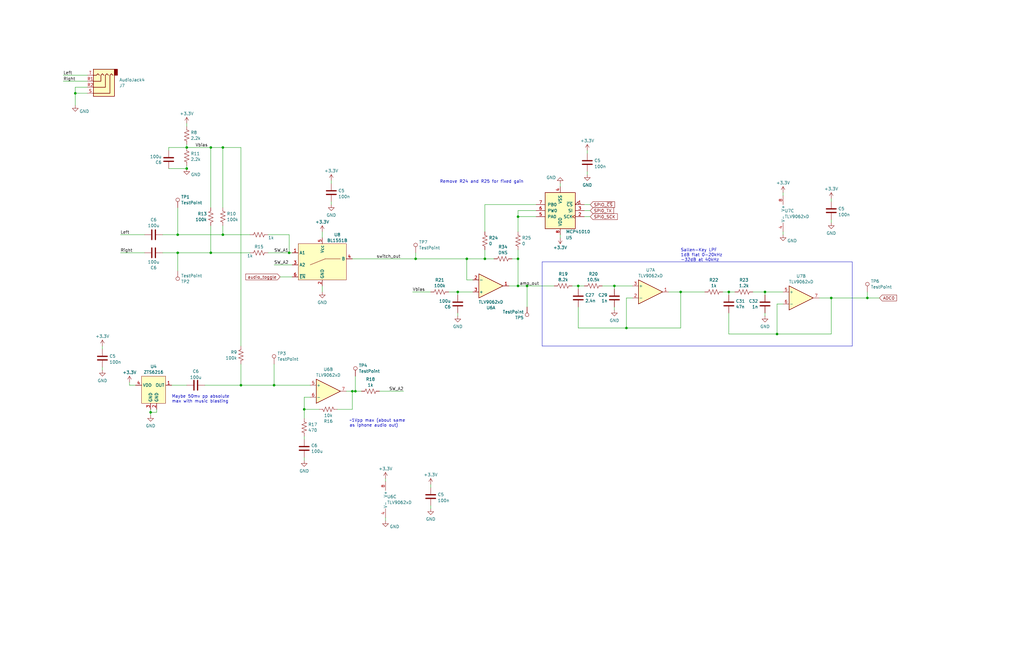
<source format=kicad_sch>
(kicad_sch (version 20230121) (generator eeschema)

  (uuid 65c4266f-a312-4aa2-81c6-71de80248f23)

  (paper "B")

  (lib_symbols
    (symbol "Amplifier_Operational:TLV9062xD" (pin_names (offset 0.127)) (in_bom yes) (on_board yes)
      (property "Reference" "U" (at 2.54 6.35 0)
        (effects (font (size 1.27 1.27)) (justify left))
      )
      (property "Value" "TLV9062xD" (at 2.54 3.81 0)
        (effects (font (size 1.27 1.27)) (justify left))
      )
      (property "Footprint" "Package_SO:SOIC-8_3.9x4.9mm_P1.27mm" (at 2.54 0 0)
        (effects (font (size 1.27 1.27)) hide)
      )
      (property "Datasheet" "https://www.ti.com/lit/ds/symlink/tlv9062.pdf" (at 6.35 3.81 0)
        (effects (font (size 1.27 1.27)) hide)
      )
      (property "ki_locked" "" (at 0 0 0)
        (effects (font (size 1.27 1.27)))
      )
      (property "ki_keywords" "dual op-amp low power" (at 0 0 0)
        (effects (font (size 1.27 1.27)) hide)
      )
      (property "ki_description" "Dual operational amplifier, 300 uV Offset, SOIC-8" (at 0 0 0)
        (effects (font (size 1.27 1.27)) hide)
      )
      (property "ki_fp_filters" "SOIC*3.9x4.9mm*P1.27mm*" (at 0 0 0)
        (effects (font (size 1.27 1.27)) hide)
      )
      (symbol "TLV9062xD_1_1"
        (polyline
          (pts
            (xy 5.08 0)
            (xy -5.08 5.08)
            (xy -5.08 -5.08)
            (xy 5.08 0)
          )
          (stroke (width 0.254) (type default))
          (fill (type background))
        )
        (pin output line (at 7.62 0 180) (length 2.54)
          (name "~" (effects (font (size 1.27 1.27))))
          (number "1" (effects (font (size 1.27 1.27))))
        )
        (pin input line (at -7.62 -2.54 0) (length 2.54)
          (name "-" (effects (font (size 1.27 1.27))))
          (number "2" (effects (font (size 1.27 1.27))))
        )
        (pin input line (at -7.62 2.54 0) (length 2.54)
          (name "+" (effects (font (size 1.27 1.27))))
          (number "3" (effects (font (size 1.27 1.27))))
        )
      )
      (symbol "TLV9062xD_2_1"
        (polyline
          (pts
            (xy 5.08 0)
            (xy -5.08 5.08)
            (xy -5.08 -5.08)
            (xy 5.08 0)
          )
          (stroke (width 0.254) (type default))
          (fill (type background))
        )
        (pin input line (at -7.62 2.54 0) (length 2.54)
          (name "+" (effects (font (size 1.27 1.27))))
          (number "5" (effects (font (size 1.27 1.27))))
        )
        (pin input line (at -7.62 -2.54 0) (length 2.54)
          (name "-" (effects (font (size 1.27 1.27))))
          (number "6" (effects (font (size 1.27 1.27))))
        )
        (pin output line (at 7.62 0 180) (length 2.54)
          (name "~" (effects (font (size 1.27 1.27))))
          (number "7" (effects (font (size 1.27 1.27))))
        )
      )
      (symbol "TLV9062xD_3_1"
        (pin power_in line (at 0 -7.62 90) (length 3.81)
          (name "V-" (effects (font (size 1.27 1.27))))
          (number "4" (effects (font (size 1.27 1.27))))
        )
        (pin power_in line (at 0 7.62 270) (length 3.81)
          (name "V+" (effects (font (size 1.27 1.27))))
          (number "8" (effects (font (size 1.27 1.27))))
        )
      )
    )
    (symbol "Connector:TestPoint" (pin_numbers hide) (pin_names (offset 0.762) hide) (in_bom yes) (on_board yes)
      (property "Reference" "TP" (at 0 6.858 0)
        (effects (font (size 1.27 1.27)))
      )
      (property "Value" "TestPoint" (at 0 5.08 0)
        (effects (font (size 1.27 1.27)))
      )
      (property "Footprint" "" (at 5.08 0 0)
        (effects (font (size 1.27 1.27)) hide)
      )
      (property "Datasheet" "~" (at 5.08 0 0)
        (effects (font (size 1.27 1.27)) hide)
      )
      (property "ki_keywords" "test point tp" (at 0 0 0)
        (effects (font (size 1.27 1.27)) hide)
      )
      (property "ki_description" "test point" (at 0 0 0)
        (effects (font (size 1.27 1.27)) hide)
      )
      (property "ki_fp_filters" "Pin* Test*" (at 0 0 0)
        (effects (font (size 1.27 1.27)) hide)
      )
      (symbol "TestPoint_0_1"
        (circle (center 0 3.302) (radius 0.762)
          (stroke (width 0) (type default))
          (fill (type none))
        )
      )
      (symbol "TestPoint_1_1"
        (pin passive line (at 0 0 90) (length 2.54)
          (name "1" (effects (font (size 1.27 1.27))))
          (number "1" (effects (font (size 1.27 1.27))))
        )
      )
    )
    (symbol "Connector_Audio:AudioJack4" (in_bom yes) (on_board yes)
      (property "Reference" "J" (at 0 8.89 0)
        (effects (font (size 1.27 1.27)))
      )
      (property "Value" "AudioJack4" (at 0 6.35 0)
        (effects (font (size 1.27 1.27)))
      )
      (property "Footprint" "" (at 0 0 0)
        (effects (font (size 1.27 1.27)) hide)
      )
      (property "Datasheet" "~" (at 0 0 0)
        (effects (font (size 1.27 1.27)) hide)
      )
      (property "ki_keywords" "audio jack receptacle stereo headphones TRRS connector" (at 0 0 0)
        (effects (font (size 1.27 1.27)) hide)
      )
      (property "ki_description" "Audio Jack, 4 Poles (TRRS)" (at 0 0 0)
        (effects (font (size 1.27 1.27)) hide)
      )
      (property "ki_fp_filters" "Jack*" (at 0 0 0)
        (effects (font (size 1.27 1.27)) hide)
      )
      (symbol "AudioJack4_0_1"
        (rectangle (start -6.35 -5.08) (end -7.62 -7.62)
          (stroke (width 0.254) (type default))
          (fill (type outline))
        )
        (polyline
          (pts
            (xy 0 -5.08)
            (xy 0.635 -5.715)
            (xy 1.27 -5.08)
            (xy 2.54 -5.08)
          )
          (stroke (width 0.254) (type default))
          (fill (type none))
        )
        (polyline
          (pts
            (xy -5.715 -5.08)
            (xy -5.08 -5.715)
            (xy -4.445 -5.08)
            (xy -4.445 2.54)
            (xy 2.54 2.54)
          )
          (stroke (width 0.254) (type default))
          (fill (type none))
        )
        (polyline
          (pts
            (xy -1.905 -5.08)
            (xy -1.27 -5.715)
            (xy -0.635 -5.08)
            (xy -0.635 -2.54)
            (xy 2.54 -2.54)
          )
          (stroke (width 0.254) (type default))
          (fill (type none))
        )
        (polyline
          (pts
            (xy 2.54 0)
            (xy -2.54 0)
            (xy -2.54 -5.08)
            (xy -3.175 -5.715)
            (xy -3.81 -5.08)
          )
          (stroke (width 0.254) (type default))
          (fill (type none))
        )
        (rectangle (start 2.54 3.81) (end -6.35 -7.62)
          (stroke (width 0.254) (type default))
          (fill (type background))
        )
      )
      (symbol "AudioJack4_1_1"
        (pin passive line (at 5.08 -2.54 180) (length 2.54)
          (name "~" (effects (font (size 1.27 1.27))))
          (number "R1" (effects (font (size 1.27 1.27))))
        )
        (pin passive line (at 5.08 0 180) (length 2.54)
          (name "~" (effects (font (size 1.27 1.27))))
          (number "R2" (effects (font (size 1.27 1.27))))
        )
        (pin passive line (at 5.08 2.54 180) (length 2.54)
          (name "~" (effects (font (size 1.27 1.27))))
          (number "S" (effects (font (size 1.27 1.27))))
        )
        (pin passive line (at 5.08 -5.08 180) (length 2.54)
          (name "~" (effects (font (size 1.27 1.27))))
          (number "T" (effects (font (size 1.27 1.27))))
        )
      )
    )
    (symbol "Device:C" (pin_numbers hide) (pin_names (offset 0.254)) (in_bom yes) (on_board yes)
      (property "Reference" "C" (at 0.635 2.54 0)
        (effects (font (size 1.27 1.27)) (justify left))
      )
      (property "Value" "C" (at 0.635 -2.54 0)
        (effects (font (size 1.27 1.27)) (justify left))
      )
      (property "Footprint" "" (at 0.9652 -3.81 0)
        (effects (font (size 1.27 1.27)) hide)
      )
      (property "Datasheet" "~" (at 0 0 0)
        (effects (font (size 1.27 1.27)) hide)
      )
      (property "ki_keywords" "cap capacitor" (at 0 0 0)
        (effects (font (size 1.27 1.27)) hide)
      )
      (property "ki_description" "Unpolarized capacitor" (at 0 0 0)
        (effects (font (size 1.27 1.27)) hide)
      )
      (property "ki_fp_filters" "C_*" (at 0 0 0)
        (effects (font (size 1.27 1.27)) hide)
      )
      (symbol "C_0_1"
        (polyline
          (pts
            (xy -2.032 -0.762)
            (xy 2.032 -0.762)
          )
          (stroke (width 0.508) (type default))
          (fill (type none))
        )
        (polyline
          (pts
            (xy -2.032 0.762)
            (xy 2.032 0.762)
          )
          (stroke (width 0.508) (type default))
          (fill (type none))
        )
      )
      (symbol "C_1_1"
        (pin passive line (at 0 3.81 270) (length 2.794)
          (name "~" (effects (font (size 1.27 1.27))))
          (number "1" (effects (font (size 1.27 1.27))))
        )
        (pin passive line (at 0 -3.81 90) (length 2.794)
          (name "~" (effects (font (size 1.27 1.27))))
          (number "2" (effects (font (size 1.27 1.27))))
        )
      )
    )
    (symbol "Device:R_US" (pin_numbers hide) (pin_names (offset 0)) (in_bom yes) (on_board yes)
      (property "Reference" "R" (at 2.54 0 90)
        (effects (font (size 1.27 1.27)))
      )
      (property "Value" "R_US" (at -2.54 0 90)
        (effects (font (size 1.27 1.27)))
      )
      (property "Footprint" "" (at 1.016 -0.254 90)
        (effects (font (size 1.27 1.27)) hide)
      )
      (property "Datasheet" "~" (at 0 0 0)
        (effects (font (size 1.27 1.27)) hide)
      )
      (property "ki_keywords" "R res resistor" (at 0 0 0)
        (effects (font (size 1.27 1.27)) hide)
      )
      (property "ki_description" "Resistor, US symbol" (at 0 0 0)
        (effects (font (size 1.27 1.27)) hide)
      )
      (property "ki_fp_filters" "R_*" (at 0 0 0)
        (effects (font (size 1.27 1.27)) hide)
      )
      (symbol "R_US_0_1"
        (polyline
          (pts
            (xy 0 -2.286)
            (xy 0 -2.54)
          )
          (stroke (width 0) (type default))
          (fill (type none))
        )
        (polyline
          (pts
            (xy 0 2.286)
            (xy 0 2.54)
          )
          (stroke (width 0) (type default))
          (fill (type none))
        )
        (polyline
          (pts
            (xy 0 -0.762)
            (xy 1.016 -1.143)
            (xy 0 -1.524)
            (xy -1.016 -1.905)
            (xy 0 -2.286)
          )
          (stroke (width 0) (type default))
          (fill (type none))
        )
        (polyline
          (pts
            (xy 0 0.762)
            (xy 1.016 0.381)
            (xy 0 0)
            (xy -1.016 -0.381)
            (xy 0 -0.762)
          )
          (stroke (width 0) (type default))
          (fill (type none))
        )
        (polyline
          (pts
            (xy 0 2.286)
            (xy 1.016 1.905)
            (xy 0 1.524)
            (xy -1.016 1.143)
            (xy 0 0.762)
          )
          (stroke (width 0) (type default))
          (fill (type none))
        )
      )
      (symbol "R_US_1_1"
        (pin passive line (at 0 3.81 270) (length 1.27)
          (name "~" (effects (font (size 1.27 1.27))))
          (number "1" (effects (font (size 1.27 1.27))))
        )
        (pin passive line (at 0 -3.81 90) (length 1.27)
          (name "~" (effects (font (size 1.27 1.27))))
          (number "2" (effects (font (size 1.27 1.27))))
        )
      )
    )
    (symbol "GND_1" (power) (pin_names (offset 0)) (in_bom yes) (on_board yes)
      (property "Reference" "#PWR" (at 0 -6.35 0)
        (effects (font (size 1.27 1.27)) hide)
      )
      (property "Value" "GND_1" (at 0 -3.81 0)
        (effects (font (size 1.27 1.27)))
      )
      (property "Footprint" "" (at 0 0 0)
        (effects (font (size 1.27 1.27)) hide)
      )
      (property "Datasheet" "" (at 0 0 0)
        (effects (font (size 1.27 1.27)) hide)
      )
      (property "ki_keywords" "global power" (at 0 0 0)
        (effects (font (size 1.27 1.27)) hide)
      )
      (property "ki_description" "Power symbol creates a global label with name \"GND\" , ground" (at 0 0 0)
        (effects (font (size 1.27 1.27)) hide)
      )
      (symbol "GND_1_0_1"
        (polyline
          (pts
            (xy 0 0)
            (xy 0 -1.27)
            (xy 1.27 -1.27)
            (xy 0 -2.54)
            (xy -1.27 -1.27)
            (xy 0 -1.27)
          )
          (stroke (width 0) (type default))
          (fill (type none))
        )
      )
      (symbol "GND_1_1_1"
        (pin power_in line (at 0 0 270) (length 0) hide
          (name "GND" (effects (font (size 1.27 1.27))))
          (number "1" (effects (font (size 1.27 1.27))))
        )
      )
    )
    (symbol "GND_10" (power) (pin_names (offset 0)) (in_bom yes) (on_board yes)
      (property "Reference" "#PWR" (at 0 -6.35 0)
        (effects (font (size 1.27 1.27)) hide)
      )
      (property "Value" "GND_10" (at 0 -3.81 0)
        (effects (font (size 1.27 1.27)))
      )
      (property "Footprint" "" (at 0 0 0)
        (effects (font (size 1.27 1.27)) hide)
      )
      (property "Datasheet" "" (at 0 0 0)
        (effects (font (size 1.27 1.27)) hide)
      )
      (property "ki_keywords" "global power" (at 0 0 0)
        (effects (font (size 1.27 1.27)) hide)
      )
      (property "ki_description" "Power symbol creates a global label with name \"GND\" , ground" (at 0 0 0)
        (effects (font (size 1.27 1.27)) hide)
      )
      (symbol "GND_10_0_1"
        (polyline
          (pts
            (xy 0 0)
            (xy 0 -1.27)
            (xy 1.27 -1.27)
            (xy 0 -2.54)
            (xy -1.27 -1.27)
            (xy 0 -1.27)
          )
          (stroke (width 0) (type default))
          (fill (type none))
        )
      )
      (symbol "GND_10_1_1"
        (pin power_in line (at 0 0 270) (length 0) hide
          (name "GND" (effects (font (size 1.27 1.27))))
          (number "1" (effects (font (size 1.27 1.27))))
        )
      )
    )
    (symbol "GND_11" (power) (pin_names (offset 0)) (in_bom yes) (on_board yes)
      (property "Reference" "#PWR" (at 0 -6.35 0)
        (effects (font (size 1.27 1.27)) hide)
      )
      (property "Value" "GND_11" (at 0 -3.81 0)
        (effects (font (size 1.27 1.27)))
      )
      (property "Footprint" "" (at 0 0 0)
        (effects (font (size 1.27 1.27)) hide)
      )
      (property "Datasheet" "" (at 0 0 0)
        (effects (font (size 1.27 1.27)) hide)
      )
      (property "ki_keywords" "global power" (at 0 0 0)
        (effects (font (size 1.27 1.27)) hide)
      )
      (property "ki_description" "Power symbol creates a global label with name \"GND\" , ground" (at 0 0 0)
        (effects (font (size 1.27 1.27)) hide)
      )
      (symbol "GND_11_0_1"
        (polyline
          (pts
            (xy 0 0)
            (xy 0 -1.27)
            (xy 1.27 -1.27)
            (xy 0 -2.54)
            (xy -1.27 -1.27)
            (xy 0 -1.27)
          )
          (stroke (width 0) (type default))
          (fill (type none))
        )
      )
      (symbol "GND_11_1_1"
        (pin power_in line (at 0 0 270) (length 0) hide
          (name "GND" (effects (font (size 1.27 1.27))))
          (number "1" (effects (font (size 1.27 1.27))))
        )
      )
    )
    (symbol "GND_12" (power) (pin_names (offset 0)) (in_bom yes) (on_board yes)
      (property "Reference" "#PWR" (at 0 -6.35 0)
        (effects (font (size 1.27 1.27)) hide)
      )
      (property "Value" "GND_12" (at 0 -3.81 0)
        (effects (font (size 1.27 1.27)))
      )
      (property "Footprint" "" (at 0 0 0)
        (effects (font (size 1.27 1.27)) hide)
      )
      (property "Datasheet" "" (at 0 0 0)
        (effects (font (size 1.27 1.27)) hide)
      )
      (property "ki_keywords" "global power" (at 0 0 0)
        (effects (font (size 1.27 1.27)) hide)
      )
      (property "ki_description" "Power symbol creates a global label with name \"GND\" , ground" (at 0 0 0)
        (effects (font (size 1.27 1.27)) hide)
      )
      (symbol "GND_12_0_1"
        (polyline
          (pts
            (xy 0 0)
            (xy 0 -1.27)
            (xy 1.27 -1.27)
            (xy 0 -2.54)
            (xy -1.27 -1.27)
            (xy 0 -1.27)
          )
          (stroke (width 0) (type default))
          (fill (type none))
        )
      )
      (symbol "GND_12_1_1"
        (pin power_in line (at 0 0 270) (length 0) hide
          (name "GND" (effects (font (size 1.27 1.27))))
          (number "1" (effects (font (size 1.27 1.27))))
        )
      )
    )
    (symbol "GND_13" (power) (pin_names (offset 0)) (in_bom yes) (on_board yes)
      (property "Reference" "#PWR" (at 0 -6.35 0)
        (effects (font (size 1.27 1.27)) hide)
      )
      (property "Value" "GND_13" (at 0 -3.81 0)
        (effects (font (size 1.27 1.27)))
      )
      (property "Footprint" "" (at 0 0 0)
        (effects (font (size 1.27 1.27)) hide)
      )
      (property "Datasheet" "" (at 0 0 0)
        (effects (font (size 1.27 1.27)) hide)
      )
      (property "ki_keywords" "global power" (at 0 0 0)
        (effects (font (size 1.27 1.27)) hide)
      )
      (property "ki_description" "Power symbol creates a global label with name \"GND\" , ground" (at 0 0 0)
        (effects (font (size 1.27 1.27)) hide)
      )
      (symbol "GND_13_0_1"
        (polyline
          (pts
            (xy 0 0)
            (xy 0 -1.27)
            (xy 1.27 -1.27)
            (xy 0 -2.54)
            (xy -1.27 -1.27)
            (xy 0 -1.27)
          )
          (stroke (width 0) (type default))
          (fill (type none))
        )
      )
      (symbol "GND_13_1_1"
        (pin power_in line (at 0 0 270) (length 0) hide
          (name "GND" (effects (font (size 1.27 1.27))))
          (number "1" (effects (font (size 1.27 1.27))))
        )
      )
    )
    (symbol "GND_14" (power) (pin_names (offset 0)) (in_bom yes) (on_board yes)
      (property "Reference" "#PWR" (at 0 -6.35 0)
        (effects (font (size 1.27 1.27)) hide)
      )
      (property "Value" "GND_14" (at 0 -3.81 0)
        (effects (font (size 1.27 1.27)))
      )
      (property "Footprint" "" (at 0 0 0)
        (effects (font (size 1.27 1.27)) hide)
      )
      (property "Datasheet" "" (at 0 0 0)
        (effects (font (size 1.27 1.27)) hide)
      )
      (property "ki_keywords" "global power" (at 0 0 0)
        (effects (font (size 1.27 1.27)) hide)
      )
      (property "ki_description" "Power symbol creates a global label with name \"GND\" , ground" (at 0 0 0)
        (effects (font (size 1.27 1.27)) hide)
      )
      (symbol "GND_14_0_1"
        (polyline
          (pts
            (xy 0 0)
            (xy 0 -1.27)
            (xy 1.27 -1.27)
            (xy 0 -2.54)
            (xy -1.27 -1.27)
            (xy 0 -1.27)
          )
          (stroke (width 0) (type default))
          (fill (type none))
        )
      )
      (symbol "GND_14_1_1"
        (pin power_in line (at 0 0 270) (length 0) hide
          (name "GND" (effects (font (size 1.27 1.27))))
          (number "1" (effects (font (size 1.27 1.27))))
        )
      )
    )
    (symbol "GND_2" (power) (pin_names (offset 0)) (in_bom yes) (on_board yes)
      (property "Reference" "#PWR" (at 0 -6.35 0)
        (effects (font (size 1.27 1.27)) hide)
      )
      (property "Value" "GND_2" (at 0 -3.81 0)
        (effects (font (size 1.27 1.27)))
      )
      (property "Footprint" "" (at 0 0 0)
        (effects (font (size 1.27 1.27)) hide)
      )
      (property "Datasheet" "" (at 0 0 0)
        (effects (font (size 1.27 1.27)) hide)
      )
      (property "ki_keywords" "global power" (at 0 0 0)
        (effects (font (size 1.27 1.27)) hide)
      )
      (property "ki_description" "Power symbol creates a global label with name \"GND\" , ground" (at 0 0 0)
        (effects (font (size 1.27 1.27)) hide)
      )
      (symbol "GND_2_0_1"
        (polyline
          (pts
            (xy 0 0)
            (xy 0 -1.27)
            (xy 1.27 -1.27)
            (xy 0 -2.54)
            (xy -1.27 -1.27)
            (xy 0 -1.27)
          )
          (stroke (width 0) (type default))
          (fill (type none))
        )
      )
      (symbol "GND_2_1_1"
        (pin power_in line (at 0 0 270) (length 0) hide
          (name "GND" (effects (font (size 1.27 1.27))))
          (number "1" (effects (font (size 1.27 1.27))))
        )
      )
    )
    (symbol "GND_3" (power) (pin_names (offset 0)) (in_bom yes) (on_board yes)
      (property "Reference" "#PWR" (at 0 -6.35 0)
        (effects (font (size 1.27 1.27)) hide)
      )
      (property "Value" "GND_3" (at 0 -3.81 0)
        (effects (font (size 1.27 1.27)))
      )
      (property "Footprint" "" (at 0 0 0)
        (effects (font (size 1.27 1.27)) hide)
      )
      (property "Datasheet" "" (at 0 0 0)
        (effects (font (size 1.27 1.27)) hide)
      )
      (property "ki_keywords" "global power" (at 0 0 0)
        (effects (font (size 1.27 1.27)) hide)
      )
      (property "ki_description" "Power symbol creates a global label with name \"GND\" , ground" (at 0 0 0)
        (effects (font (size 1.27 1.27)) hide)
      )
      (symbol "GND_3_0_1"
        (polyline
          (pts
            (xy 0 0)
            (xy 0 -1.27)
            (xy 1.27 -1.27)
            (xy 0 -2.54)
            (xy -1.27 -1.27)
            (xy 0 -1.27)
          )
          (stroke (width 0) (type default))
          (fill (type none))
        )
      )
      (symbol "GND_3_1_1"
        (pin power_in line (at 0 0 270) (length 0) hide
          (name "GND" (effects (font (size 1.27 1.27))))
          (number "1" (effects (font (size 1.27 1.27))))
        )
      )
    )
    (symbol "GND_4" (power) (pin_names (offset 0)) (in_bom yes) (on_board yes)
      (property "Reference" "#PWR" (at 0 -6.35 0)
        (effects (font (size 1.27 1.27)) hide)
      )
      (property "Value" "GND_4" (at 0 -3.81 0)
        (effects (font (size 1.27 1.27)))
      )
      (property "Footprint" "" (at 0 0 0)
        (effects (font (size 1.27 1.27)) hide)
      )
      (property "Datasheet" "" (at 0 0 0)
        (effects (font (size 1.27 1.27)) hide)
      )
      (property "ki_keywords" "global power" (at 0 0 0)
        (effects (font (size 1.27 1.27)) hide)
      )
      (property "ki_description" "Power symbol creates a global label with name \"GND\" , ground" (at 0 0 0)
        (effects (font (size 1.27 1.27)) hide)
      )
      (symbol "GND_4_0_1"
        (polyline
          (pts
            (xy 0 0)
            (xy 0 -1.27)
            (xy 1.27 -1.27)
            (xy 0 -2.54)
            (xy -1.27 -1.27)
            (xy 0 -1.27)
          )
          (stroke (width 0) (type default))
          (fill (type none))
        )
      )
      (symbol "GND_4_1_1"
        (pin power_in line (at 0 0 270) (length 0) hide
          (name "GND" (effects (font (size 1.27 1.27))))
          (number "1" (effects (font (size 1.27 1.27))))
        )
      )
    )
    (symbol "GND_5" (power) (pin_names (offset 0)) (in_bom yes) (on_board yes)
      (property "Reference" "#PWR" (at 0 -6.35 0)
        (effects (font (size 1.27 1.27)) hide)
      )
      (property "Value" "GND_5" (at 0 -3.81 0)
        (effects (font (size 1.27 1.27)))
      )
      (property "Footprint" "" (at 0 0 0)
        (effects (font (size 1.27 1.27)) hide)
      )
      (property "Datasheet" "" (at 0 0 0)
        (effects (font (size 1.27 1.27)) hide)
      )
      (property "ki_keywords" "global power" (at 0 0 0)
        (effects (font (size 1.27 1.27)) hide)
      )
      (property "ki_description" "Power symbol creates a global label with name \"GND\" , ground" (at 0 0 0)
        (effects (font (size 1.27 1.27)) hide)
      )
      (symbol "GND_5_0_1"
        (polyline
          (pts
            (xy 0 0)
            (xy 0 -1.27)
            (xy 1.27 -1.27)
            (xy 0 -2.54)
            (xy -1.27 -1.27)
            (xy 0 -1.27)
          )
          (stroke (width 0) (type default))
          (fill (type none))
        )
      )
      (symbol "GND_5_1_1"
        (pin power_in line (at 0 0 270) (length 0) hide
          (name "GND" (effects (font (size 1.27 1.27))))
          (number "1" (effects (font (size 1.27 1.27))))
        )
      )
    )
    (symbol "GND_7" (power) (pin_names (offset 0)) (in_bom yes) (on_board yes)
      (property "Reference" "#PWR" (at 0 -6.35 0)
        (effects (font (size 1.27 1.27)) hide)
      )
      (property "Value" "GND_7" (at 0 -3.81 0)
        (effects (font (size 1.27 1.27)))
      )
      (property "Footprint" "" (at 0 0 0)
        (effects (font (size 1.27 1.27)) hide)
      )
      (property "Datasheet" "" (at 0 0 0)
        (effects (font (size 1.27 1.27)) hide)
      )
      (property "ki_keywords" "global power" (at 0 0 0)
        (effects (font (size 1.27 1.27)) hide)
      )
      (property "ki_description" "Power symbol creates a global label with name \"GND\" , ground" (at 0 0 0)
        (effects (font (size 1.27 1.27)) hide)
      )
      (symbol "GND_7_0_1"
        (polyline
          (pts
            (xy 0 0)
            (xy 0 -1.27)
            (xy 1.27 -1.27)
            (xy 0 -2.54)
            (xy -1.27 -1.27)
            (xy 0 -1.27)
          )
          (stroke (width 0) (type default))
          (fill (type none))
        )
      )
      (symbol "GND_7_1_1"
        (pin power_in line (at 0 0 270) (length 0) hide
          (name "GND" (effects (font (size 1.27 1.27))))
          (number "1" (effects (font (size 1.27 1.27))))
        )
      )
    )
    (symbol "GND_8" (power) (pin_names (offset 0)) (in_bom yes) (on_board yes)
      (property "Reference" "#PWR" (at 0 -6.35 0)
        (effects (font (size 1.27 1.27)) hide)
      )
      (property "Value" "GND_8" (at 0 -3.81 0)
        (effects (font (size 1.27 1.27)))
      )
      (property "Footprint" "" (at 0 0 0)
        (effects (font (size 1.27 1.27)) hide)
      )
      (property "Datasheet" "" (at 0 0 0)
        (effects (font (size 1.27 1.27)) hide)
      )
      (property "ki_keywords" "global power" (at 0 0 0)
        (effects (font (size 1.27 1.27)) hide)
      )
      (property "ki_description" "Power symbol creates a global label with name \"GND\" , ground" (at 0 0 0)
        (effects (font (size 1.27 1.27)) hide)
      )
      (symbol "GND_8_0_1"
        (polyline
          (pts
            (xy 0 0)
            (xy 0 -1.27)
            (xy 1.27 -1.27)
            (xy 0 -2.54)
            (xy -1.27 -1.27)
            (xy 0 -1.27)
          )
          (stroke (width 0) (type default))
          (fill (type none))
        )
      )
      (symbol "GND_8_1_1"
        (pin power_in line (at 0 0 270) (length 0) hide
          (name "GND" (effects (font (size 1.27 1.27))))
          (number "1" (effects (font (size 1.27 1.27))))
        )
      )
    )
    (symbol "GND_9" (power) (pin_names (offset 0)) (in_bom yes) (on_board yes)
      (property "Reference" "#PWR" (at 0 -6.35 0)
        (effects (font (size 1.27 1.27)) hide)
      )
      (property "Value" "GND_9" (at 0 -3.81 0)
        (effects (font (size 1.27 1.27)))
      )
      (property "Footprint" "" (at 0 0 0)
        (effects (font (size 1.27 1.27)) hide)
      )
      (property "Datasheet" "" (at 0 0 0)
        (effects (font (size 1.27 1.27)) hide)
      )
      (property "ki_keywords" "global power" (at 0 0 0)
        (effects (font (size 1.27 1.27)) hide)
      )
      (property "ki_description" "Power symbol creates a global label with name \"GND\" , ground" (at 0 0 0)
        (effects (font (size 1.27 1.27)) hide)
      )
      (symbol "GND_9_0_1"
        (polyline
          (pts
            (xy 0 0)
            (xy 0 -1.27)
            (xy 1.27 -1.27)
            (xy 0 -2.54)
            (xy -1.27 -1.27)
            (xy 0 -1.27)
          )
          (stroke (width 0) (type default))
          (fill (type none))
        )
      )
      (symbol "GND_9_1_1"
        (pin power_in line (at 0 0 270) (length 0) hide
          (name "GND" (effects (font (size 1.27 1.27))))
          (number "1" (effects (font (size 1.27 1.27))))
        )
      )
    )
    (symbol "Potentiometer_Digital:MCP41010" (pin_names (offset 1.016)) (in_bom yes) (on_board yes)
      (property "Reference" "U" (at -6.35 8.89 0)
        (effects (font (size 1.27 1.27)) (justify left))
      )
      (property "Value" "MCP41010" (at 1.27 8.89 0)
        (effects (font (size 1.27 1.27)) (justify left))
      )
      (property "Footprint" "" (at 0 0 0)
        (effects (font (size 1.27 1.27)) hide)
      )
      (property "Datasheet" "http://ww1.microchip.com/downloads/en/DeviceDoc/11195c.pdf" (at 0 0 0)
        (effects (font (size 1.27 1.27)) hide)
      )
      (property "ki_keywords" "R POT" (at 0 0 0)
        (effects (font (size 1.27 1.27)) hide)
      )
      (property "ki_description" "Single Digital Potentiometer, SPI interface, 256 taps, 10 kohm" (at 0 0 0)
        (effects (font (size 1.27 1.27)) hide)
      )
      (property "ki_fp_filters" "DIP*W7.62mm* SOIC*P1.27mm*" (at 0 0 0)
        (effects (font (size 1.27 1.27)) hide)
      )
      (symbol "MCP41010_0_1"
        (rectangle (start -6.35 7.62) (end 6.35 -7.62)
          (stroke (width 0.254) (type default))
          (fill (type background))
        )
      )
      (symbol "MCP41010_1_1"
        (pin input input_low (at -10.16 -2.54 0) (length 3.81)
          (name "~{CS}" (effects (font (size 1.27 1.27))))
          (number "1" (effects (font (size 1.27 1.27))))
        )
        (pin passive clock (at -10.16 2.54 0) (length 3.81)
          (name "SCK" (effects (font (size 1.27 1.27))))
          (number "2" (effects (font (size 1.27 1.27))))
        )
        (pin input line (at -10.16 0 0) (length 3.81)
          (name "SI" (effects (font (size 1.27 1.27))))
          (number "3" (effects (font (size 1.27 1.27))))
        )
        (pin power_in line (at 0 -10.16 90) (length 2.54)
          (name "VSS" (effects (font (size 1.27 1.27))))
          (number "4" (effects (font (size 1.27 1.27))))
        )
        (pin passive line (at 10.16 2.54 180) (length 3.81)
          (name "PA0" (effects (font (size 1.27 1.27))))
          (number "5" (effects (font (size 1.27 1.27))))
        )
        (pin passive line (at 10.16 0 180) (length 3.81)
          (name "PW0" (effects (font (size 1.27 1.27))))
          (number "6" (effects (font (size 1.27 1.27))))
        )
        (pin passive line (at 10.16 -2.54 180) (length 3.81)
          (name "PB0" (effects (font (size 1.27 1.27))))
          (number "7" (effects (font (size 1.27 1.27))))
        )
        (pin power_in line (at 0 10.16 270) (length 2.54)
          (name "VDD" (effects (font (size 1.27 1.27))))
          (number "8" (effects (font (size 1.27 1.27))))
        )
      )
    )
    (symbol "components_2:BL1551B" (in_bom yes) (on_board yes)
      (property "Reference" "U" (at 2.54 11.43 0)
        (effects (font (size 1.27 1.27)))
      )
      (property "Value" "BL1551B" (at 6.35 8.89 0)
        (effects (font (size 1.27 1.27)))
      )
      (property "Footprint" "" (at 0 0 0)
        (effects (font (size 1.27 1.27)) hide)
      )
      (property "Datasheet" "" (at 0 0 0)
        (effects (font (size 1.27 1.27)) hide)
      )
      (symbol "BL1551B_1_1"
        (rectangle (start -10.16 6.35) (end 10.16 -8.89)
          (stroke (width 0) (type default))
          (fill (type background))
        )
        (polyline
          (pts
            (xy 1.27 0)
            (xy -5.08 -2.54)
          )
          (stroke (width 0) (type default))
          (fill (type none))
        )
        (polyline
          (pts
            (xy 1.27 0)
            (xy 7.62 0)
          )
          (stroke (width 0) (type default))
          (fill (type none))
        )
        (pin input line (at -12.7 2.54 0) (length 2.54)
          (name "A1" (effects (font (size 1.27 1.27))))
          (number "1" (effects (font (size 1.27 1.27))))
        )
        (pin input line (at 0 -11.43 90) (length 2.54)
          (name "GND" (effects (font (size 1.27 1.27))))
          (number "2" (effects (font (size 1.27 1.27))))
        )
        (pin input line (at -12.7 -2.54 0) (length 2.54)
          (name "A2" (effects (font (size 1.27 1.27))))
          (number "3" (effects (font (size 1.27 1.27))))
        )
        (pin input line (at 12.7 0 180) (length 2.54)
          (name "B" (effects (font (size 1.27 1.27))))
          (number "4" (effects (font (size 1.27 1.27))))
        )
        (pin input line (at 0 8.89 270) (length 2.54)
          (name "Vcc" (effects (font (size 1.27 1.27))))
          (number "5" (effects (font (size 1.27 1.27))))
        )
        (pin input line (at -12.7 -7.62 0) (length 2.54)
          (name "~{EN}" (effects (font (size 1.27 1.27))))
          (number "6" (effects (font (size 1.27 1.27))))
        )
      )
    )
    (symbol "components_2:ZTS6216" (in_bom yes) (on_board yes)
      (property "Reference" "U" (at -3.81 13.97 0)
        (effects (font (size 1.27 1.27)))
      )
      (property "Value" "ZTS6216" (at 0 11.43 0)
        (effects (font (size 1.27 1.27)))
      )
      (property "Footprint" "" (at 0 0 0)
        (effects (font (size 1.27 1.27)) hide)
      )
      (property "Datasheet" "" (at 0 0 0)
        (effects (font (size 1.27 1.27)) hide)
      )
      (symbol "ZTS6216_0_0"
        (pin passive line (at 7.62 2.54 180) (length 2.54)
          (name "OUT" (effects (font (size 1.27 1.27))))
          (number "1" (effects (font (size 1.27 1.27))))
        )
        (pin passive line (at 1.27 -7.62 90) (length 2.54)
          (name "GND" (effects (font (size 1.27 1.27))))
          (number "2" (effects (font (size 1.27 1.27))))
        )
        (pin passive line (at -1.27 -7.62 90) (length 2.54)
          (name "GND" (effects (font (size 1.27 1.27))))
          (number "3" (effects (font (size 1.27 1.27))))
        )
        (pin passive line (at -7.62 2.54 0) (length 2.54)
          (name "VDD" (effects (font (size 1.27 1.27))))
          (number "4" (effects (font (size 1.27 1.27))))
        )
      )
      (symbol "ZTS6216_0_1"
        (rectangle (start -5.08 6.35) (end 5.08 -5.08)
          (stroke (width 0.1524) (type default))
          (fill (type background))
        )
      )
    )
    (symbol "power:+3.3V" (power) (pin_names (offset 0)) (in_bom yes) (on_board yes)
      (property "Reference" "#PWR" (at 0 -3.81 0)
        (effects (font (size 1.27 1.27)) hide)
      )
      (property "Value" "+3.3V" (at 0 3.556 0)
        (effects (font (size 1.27 1.27)))
      )
      (property "Footprint" "" (at 0 0 0)
        (effects (font (size 1.27 1.27)) hide)
      )
      (property "Datasheet" "" (at 0 0 0)
        (effects (font (size 1.27 1.27)) hide)
      )
      (property "ki_keywords" "global power" (at 0 0 0)
        (effects (font (size 1.27 1.27)) hide)
      )
      (property "ki_description" "Power symbol creates a global label with name \"+3.3V\"" (at 0 0 0)
        (effects (font (size 1.27 1.27)) hide)
      )
      (symbol "+3.3V_0_1"
        (polyline
          (pts
            (xy -0.762 1.27)
            (xy 0 2.54)
          )
          (stroke (width 0) (type default))
          (fill (type none))
        )
        (polyline
          (pts
            (xy 0 0)
            (xy 0 2.54)
          )
          (stroke (width 0) (type default))
          (fill (type none))
        )
        (polyline
          (pts
            (xy 0 2.54)
            (xy 0.762 1.27)
          )
          (stroke (width 0) (type default))
          (fill (type none))
        )
      )
      (symbol "+3.3V_1_1"
        (pin power_in line (at 0 0 90) (length 0) hide
          (name "+3.3V" (effects (font (size 1.27 1.27))))
          (number "1" (effects (font (size 1.27 1.27))))
        )
      )
    )
    (symbol "power:GND" (power) (pin_names (offset 0)) (in_bom yes) (on_board yes)
      (property "Reference" "#PWR" (at 0 -6.35 0)
        (effects (font (size 1.27 1.27)) hide)
      )
      (property "Value" "GND" (at 0 -3.81 0)
        (effects (font (size 1.27 1.27)))
      )
      (property "Footprint" "" (at 0 0 0)
        (effects (font (size 1.27 1.27)) hide)
      )
      (property "Datasheet" "" (at 0 0 0)
        (effects (font (size 1.27 1.27)) hide)
      )
      (property "ki_keywords" "global power" (at 0 0 0)
        (effects (font (size 1.27 1.27)) hide)
      )
      (property "ki_description" "Power symbol creates a global label with name \"GND\" , ground" (at 0 0 0)
        (effects (font (size 1.27 1.27)) hide)
      )
      (symbol "GND_0_1"
        (polyline
          (pts
            (xy 0 0)
            (xy 0 -1.27)
            (xy 1.27 -1.27)
            (xy 0 -2.54)
            (xy -1.27 -1.27)
            (xy 0 -1.27)
          )
          (stroke (width 0) (type default))
          (fill (type none))
        )
      )
      (symbol "GND_1_1"
        (pin power_in line (at 0 0 270) (length 0) hide
          (name "GND" (effects (font (size 1.27 1.27))))
          (number "1" (effects (font (size 1.27 1.27))))
        )
      )
    )
  )

  (junction (at 31.75 39.37) (diameter 0) (color 0 0 0 0)
    (uuid 00854622-442e-43ea-8bcd-6442ab0de51e)
  )
  (junction (at 193.04 123.19) (diameter 0) (color 0 0 0 0)
    (uuid 02184cdb-4208-454e-a192-c015500e7b89)
  )
  (junction (at 78.74 71.12) (diameter 0) (color 0 0 0 0)
    (uuid 09274c9e-e8d3-440c-b430-b107cc92aa6e)
  )
  (junction (at 175.26 109.22) (diameter 0) (color 0 0 0 0)
    (uuid 1bdf5705-dc85-4cbf-848b-b40548535667)
  )
  (junction (at 88.9 106.68) (diameter 0) (color 0 0 0 0)
    (uuid 1f1e2c26-5456-4964-8e6e-b1259d109e5f)
  )
  (junction (at 149.86 165.1) (diameter 0) (color 0 0 0 0)
    (uuid 2a433f56-7cf3-4319-9f1b-ea68a93fcddb)
  )
  (junction (at 63.5 173.99) (diameter 0) (color 0 0 0 0)
    (uuid 2a8bb7c2-778d-4f1a-8fb1-a2bceb2581f6)
  )
  (junction (at 101.6 162.56) (diameter 0) (color 0 0 0 0)
    (uuid 38c3e8f1-c83b-4bc9-8519-1b8f7f23996a)
  )
  (junction (at 74.93 106.68) (diameter 0) (color 0 0 0 0)
    (uuid 480dc08b-a1e7-47f5-94da-cbd45cdf5530)
  )
  (junction (at 88.9 62.23) (diameter 0) (color 0 0 0 0)
    (uuid 5203c4e6-44d0-46fc-b35d-cceb9abb116c)
  )
  (junction (at 78.74 62.23) (diameter 0) (color 0 0 0 0)
    (uuid 5f0c6698-e88b-4471-a864-f6638fc7ea8b)
  )
  (junction (at 128.27 172.72) (diameter 0) (color 0 0 0 0)
    (uuid 6ecb73de-a45f-403c-bdb0-be1743944101)
  )
  (junction (at 121.92 106.68) (diameter 0) (color 0 0 0 0)
    (uuid 71b7c23d-b144-404c-abb2-dfb7da9101bd)
  )
  (junction (at 350.52 125.73) (diameter 0) (color 0 0 0 0)
    (uuid 8146d66f-2481-4e59-8ce9-505ee55432fb)
  )
  (junction (at 322.58 123.19) (diameter 0) (color 0 0 0 0)
    (uuid 8eaa149b-ca84-42df-991e-e9a26c51411e)
  )
  (junction (at 204.47 109.22) (diameter 0) (color 0 0 0 0)
    (uuid 9925e8e5-7953-453a-aa6b-2d2e4dcf3d23)
  )
  (junction (at 93.98 62.23) (diameter 0) (color 0 0 0 0)
    (uuid 9bb9f133-9f7b-4cd6-a6ea-a976e101c9b5)
  )
  (junction (at 307.34 123.19) (diameter 0) (color 0 0 0 0)
    (uuid 9f10face-54ec-49f3-b8f8-dae0d8396145)
  )
  (junction (at 259.08 120.65) (diameter 0) (color 0 0 0 0)
    (uuid 9f3a28f2-79e5-4a6c-92bb-e76b320bb703)
  )
  (junction (at 93.98 99.06) (diameter 0) (color 0 0 0 0)
    (uuid 9f957ae3-b416-42b5-9c2c-67f34cc9befc)
  )
  (junction (at 115.57 162.56) (diameter 0) (color 0 0 0 0)
    (uuid a82a32d9-a0e2-4ddc-ad01-105ca6a29f4a)
  )
  (junction (at 327.66 140.97) (diameter 0) (color 0 0 0 0)
    (uuid a9412ed7-0e6b-4eb9-9980-b6bff285128f)
  )
  (junction (at 74.93 99.06) (diameter 0) (color 0 0 0 0)
    (uuid a9cb5e31-86d0-4644-bc2d-414de3456279)
  )
  (junction (at 287.02 123.19) (diameter 0) (color 0 0 0 0)
    (uuid b33c0418-9fa1-4927-8bff-8aeeaa84ef13)
  )
  (junction (at 365.76 125.73) (diameter 0) (color 0 0 0 0)
    (uuid baf459b0-aae4-4c63-a260-d76124cdcd54)
  )
  (junction (at 243.84 120.65) (diameter 0) (color 0 0 0 0)
    (uuid c763cfe0-b99c-4c33-ade2-9cbea2dbb187)
  )
  (junction (at 148.59 165.1) (diameter 0) (color 0 0 0 0)
    (uuid d66734ac-3171-4e01-8dc8-57164d636902)
  )
  (junction (at 218.44 109.22) (diameter 0) (color 0 0 0 0)
    (uuid dedab456-edab-4a79-9a90-acc14ad3ae6e)
  )
  (junction (at 222.25 120.65) (diameter 0) (color 0 0 0 0)
    (uuid df06cfbe-07b9-4716-ae32-211dfb14f33c)
  )
  (junction (at 218.44 120.65) (diameter 0) (color 0 0 0 0)
    (uuid e2d093f7-8426-4958-a2b9-3dff2cfdb8ed)
  )
  (junction (at 218.44 91.44) (diameter 0) (color 0 0 0 0)
    (uuid ecf1293f-e4ef-4b6b-9a5b-f8a822c8e63a)
  )
  (junction (at 196.85 109.22) (diameter 0) (color 0 0 0 0)
    (uuid fcd3cd94-4d39-48d0-9e36-3e682ceeaeb4)
  )
  (junction (at 264.16 138.43) (diameter 0) (color 0 0 0 0)
    (uuid fd07a090-4b46-4cc6-bed7-72cec19d210e)
  )

  (wire (pts (xy 204.47 109.22) (xy 208.28 109.22))
    (stroke (width 0) (type default))
    (uuid 015b3789-756c-4c44-a549-594ed2adc40f)
  )
  (wire (pts (xy 130.81 167.64) (xy 128.27 167.64))
    (stroke (width 0) (type default))
    (uuid 020c230b-1225-421e-9d98-a12f92b7e228)
  )
  (wire (pts (xy 162.56 201.93) (xy 162.56 203.2))
    (stroke (width 0) (type default))
    (uuid 0618e9e6-03cf-4fea-ae66-66799c547975)
  )
  (wire (pts (xy 36.83 39.37) (xy 31.75 39.37))
    (stroke (width 0) (type default))
    (uuid 0841caa9-107c-4489-ada7-e0f569f32244)
  )
  (wire (pts (xy 68.58 99.06) (xy 74.93 99.06))
    (stroke (width 0) (type default))
    (uuid 0927474d-7331-4265-8e12-0224edf97206)
  )
  (wire (pts (xy 236.22 100.33) (xy 236.22 99.06))
    (stroke (width 0) (type default))
    (uuid 0dcd48b1-0d04-4e09-a43e-b9fe85dc6267)
  )
  (wire (pts (xy 204.47 97.79) (xy 204.47 86.36))
    (stroke (width 0) (type default))
    (uuid 0fde8e54-993c-4835-8311-42013c5f9c48)
  )
  (wire (pts (xy 287.02 123.19) (xy 287.02 138.43))
    (stroke (width 0) (type default))
    (uuid 12b8f306-191f-45dc-befb-87e6f2594a22)
  )
  (wire (pts (xy 78.74 62.23) (xy 78.74 60.96))
    (stroke (width 0) (type default))
    (uuid 12dd49a0-97f9-4431-b2ac-1afc616e56f1)
  )
  (wire (pts (xy 218.44 88.9) (xy 226.06 88.9))
    (stroke (width 0) (type default))
    (uuid 1423e176-4e83-415a-ade9-c1f1bc6f7023)
  )
  (wire (pts (xy 43.18 146.05) (xy 43.18 147.32))
    (stroke (width 0) (type default))
    (uuid 1571ab7b-26ec-41db-bfc3-d34c750e8039)
  )
  (wire (pts (xy 101.6 62.23) (xy 101.6 146.05))
    (stroke (width 0) (type default))
    (uuid 16e898f4-b327-4c6e-bc65-287fe768cd80)
  )
  (wire (pts (xy 248.92 91.44) (xy 246.38 91.44))
    (stroke (width 0) (type default))
    (uuid 197f3c45-d33c-4a9c-a513-2cb282347ead)
  )
  (wire (pts (xy 247.65 63.5) (xy 247.65 64.77))
    (stroke (width 0) (type default))
    (uuid 19cfeb19-71b0-4cba-8daf-643000a74797)
  )
  (wire (pts (xy 31.75 36.83) (xy 31.75 39.37))
    (stroke (width 0) (type default))
    (uuid 1b99044d-6cd7-4312-84d9-0ac3f6807b8c)
  )
  (wire (pts (xy 148.59 109.22) (xy 175.26 109.22))
    (stroke (width 0) (type default))
    (uuid 1bd9d7bb-8cc6-4342-9e65-3f4cc2d1f6ac)
  )
  (wire (pts (xy 327.66 128.27) (xy 327.66 140.97))
    (stroke (width 0) (type default))
    (uuid 1d395bf4-9169-4b3a-8c2b-d922cd67eddc)
  )
  (wire (pts (xy 88.9 95.25) (xy 88.9 106.68))
    (stroke (width 0) (type default))
    (uuid 1e117ba0-48b2-4145-8e4d-f77f30e7a000)
  )
  (wire (pts (xy 322.58 132.08) (xy 322.58 133.35))
    (stroke (width 0) (type default))
    (uuid 1e18792e-db90-4599-b1ca-b273ef8f6f31)
  )
  (wire (pts (xy 115.57 111.76) (xy 123.19 111.76))
    (stroke (width 0) (type default))
    (uuid 1ed95313-85b4-42f2-9413-b93957ef0a2a)
  )
  (wire (pts (xy 350.52 125.73) (xy 350.52 140.97))
    (stroke (width 0) (type default))
    (uuid 1f7acfee-68da-4200-b630-e4c0111e63ce)
  )
  (wire (pts (xy 54.61 162.56) (xy 57.15 162.56))
    (stroke (width 0) (type default))
    (uuid 27d4d766-0631-4263-bfa6-ca90c17d5acf)
  )
  (wire (pts (xy 243.84 120.65) (xy 243.84 121.92))
    (stroke (width 0) (type default))
    (uuid 2844ffc2-0584-4eac-b1a0-01519c4ff564)
  )
  (wire (pts (xy 88.9 106.68) (xy 105.41 106.68))
    (stroke (width 0) (type default))
    (uuid 2d2b6750-9c61-4e52-8e6e-6bdfbbc17b91)
  )
  (wire (pts (xy 287.02 123.19) (xy 281.94 123.19))
    (stroke (width 0) (type default))
    (uuid 2e442513-d876-49a8-836b-01e28f366fa1)
  )
  (wire (pts (xy 31.75 36.83) (xy 36.83 36.83))
    (stroke (width 0) (type default))
    (uuid 2e9929e5-27ad-4004-80de-a10cfbd372a8)
  )
  (wire (pts (xy 254 120.65) (xy 259.08 120.65))
    (stroke (width 0) (type default))
    (uuid 2febc3c8-366f-4e19-af09-dc971d303b98)
  )
  (wire (pts (xy 327.66 140.97) (xy 350.52 140.97))
    (stroke (width 0) (type default))
    (uuid 313f00b1-f7b7-4fcf-a91a-64300100b5b6)
  )
  (wire (pts (xy 78.74 52.07) (xy 78.74 53.34))
    (stroke (width 0) (type default))
    (uuid 33fa44d1-00cb-491b-b437-24ad714f8313)
  )
  (wire (pts (xy 26.67 31.75) (xy 36.83 31.75))
    (stroke (width 0) (type default))
    (uuid 36ed7d74-79f1-455e-b9f7-d89d4f0c3bb3)
  )
  (wire (pts (xy 218.44 91.44) (xy 218.44 97.79))
    (stroke (width 0) (type default))
    (uuid 38f8ba03-23a7-4182-b389-412a010565e8)
  )
  (wire (pts (xy 115.57 162.56) (xy 130.81 162.56))
    (stroke (width 0) (type default))
    (uuid 3f1d13a9-61a2-417c-b905-bc2e44431e14)
  )
  (wire (pts (xy 199.39 123.19) (xy 193.04 123.19))
    (stroke (width 0) (type default))
    (uuid 40296973-b0d0-4719-a47f-f7e5c3e3969c)
  )
  (wire (pts (xy 121.92 106.68) (xy 123.19 106.68))
    (stroke (width 0) (type default))
    (uuid 41b34b46-652f-4dde-981f-d06023509301)
  )
  (wire (pts (xy 128.27 172.72) (xy 134.62 172.72))
    (stroke (width 0) (type default))
    (uuid 42aed495-6e43-4b40-bcad-58707a077b06)
  )
  (wire (pts (xy 72.39 162.56) (xy 78.74 162.56))
    (stroke (width 0) (type default))
    (uuid 43c32fdc-c100-46a5-a18a-931dfc667ef4)
  )
  (wire (pts (xy 71.12 71.12) (xy 78.74 71.12))
    (stroke (width 0) (type default))
    (uuid 4441c2f0-60b8-4605-b50f-99de704457f5)
  )
  (wire (pts (xy 93.98 99.06) (xy 105.41 99.06))
    (stroke (width 0) (type default))
    (uuid 44e3cc7c-518b-4fa5-a081-5756e09f4dc5)
  )
  (wire (pts (xy 50.8 99.06) (xy 60.96 99.06))
    (stroke (width 0) (type default))
    (uuid 4507b1c3-091f-4c26-8071-40413bfd51da)
  )
  (wire (pts (xy 264.16 125.73) (xy 264.16 138.43))
    (stroke (width 0) (type default))
    (uuid 49eec2a4-88fd-477b-baf2-725813201d69)
  )
  (wire (pts (xy 204.47 109.22) (xy 196.85 109.22))
    (stroke (width 0) (type default))
    (uuid 4cc11b65-1cbb-4ceb-a7b4-cf31f024a134)
  )
  (wire (pts (xy 63.5 175.26) (xy 63.5 173.99))
    (stroke (width 0) (type default))
    (uuid 4df34c1d-2b31-408b-a210-59b3de6a082c)
  )
  (wire (pts (xy 330.2 99.06) (xy 330.2 97.79))
    (stroke (width 0) (type default))
    (uuid 51520b84-5e5d-4c2e-813f-5cc9182519f7)
  )
  (wire (pts (xy 181.61 213.36) (xy 181.61 214.63))
    (stroke (width 0) (type default))
    (uuid 527f0179-845b-481e-9dad-da6bb4ee7af6)
  )
  (wire (pts (xy 243.84 138.43) (xy 264.16 138.43))
    (stroke (width 0) (type default))
    (uuid 528b6116-9f0f-4397-852d-2071758d0661)
  )
  (wire (pts (xy 241.3 120.65) (xy 243.84 120.65))
    (stroke (width 0) (type default))
    (uuid 52db1c5e-ea29-443c-8564-50da8a3d9cab)
  )
  (wire (pts (xy 365.76 123.19) (xy 365.76 125.73))
    (stroke (width 0) (type default))
    (uuid 52eb3263-baff-42e2-b586-d1b6c335b33e)
  )
  (wire (pts (xy 196.85 109.22) (xy 196.85 118.11))
    (stroke (width 0) (type default))
    (uuid 52f0f753-d8f3-4539-bcca-0f17d06fb332)
  )
  (wire (pts (xy 128.27 167.64) (xy 128.27 172.72))
    (stroke (width 0) (type default))
    (uuid 53edc339-0fa7-4a9d-ad5e-54c8804e08df)
  )
  (wire (pts (xy 243.84 120.65) (xy 246.38 120.65))
    (stroke (width 0) (type default))
    (uuid 5625476e-503c-4d61-89d7-4f1e4bbf23de)
  )
  (wire (pts (xy 193.04 132.08) (xy 193.04 133.35))
    (stroke (width 0) (type default))
    (uuid 56d47fc6-6691-47c6-b5af-05878fe529ca)
  )
  (wire (pts (xy 236.22 77.47) (xy 236.22 78.74))
    (stroke (width 0) (type default))
    (uuid 570665ff-c5f8-4c96-9f36-682093de6e62)
  )
  (wire (pts (xy 204.47 105.41) (xy 204.47 109.22))
    (stroke (width 0) (type default))
    (uuid 577f792d-1d46-4088-8f99-a8bfd50cee52)
  )
  (wire (pts (xy 54.61 161.29) (xy 54.61 162.56))
    (stroke (width 0) (type default))
    (uuid 5d46f4bf-28e7-4261-b11a-2f25b8fea0b7)
  )
  (wire (pts (xy 93.98 62.23) (xy 101.6 62.23))
    (stroke (width 0) (type default))
    (uuid 5e5fc164-cf51-4d71-9d87-303cbf56b097)
  )
  (wire (pts (xy 222.25 120.65) (xy 233.68 120.65))
    (stroke (width 0) (type default))
    (uuid 61303cdd-af3d-4428-b6a0-d27a1511e245)
  )
  (wire (pts (xy 115.57 153.67) (xy 115.57 162.56))
    (stroke (width 0) (type default))
    (uuid 6393a010-2989-4e80-aec8-06aeef01baa5)
  )
  (wire (pts (xy 248.92 86.36) (xy 246.38 86.36))
    (stroke (width 0) (type default))
    (uuid 64b0a1f8-c16b-4c68-9ab0-0d3b428e8ef8)
  )
  (wire (pts (xy 149.86 165.1) (xy 152.4 165.1))
    (stroke (width 0) (type default))
    (uuid 64ba64c1-9727-4900-84a7-3f6ef9dc6293)
  )
  (wire (pts (xy 350.52 125.73) (xy 345.44 125.73))
    (stroke (width 0) (type default))
    (uuid 659a9961-202b-4d2f-91b8-04068f4e518e)
  )
  (wire (pts (xy 135.89 120.65) (xy 135.89 123.19))
    (stroke (width 0) (type default))
    (uuid 677978b7-0ce3-40b7-83fc-08c066854379)
  )
  (wire (pts (xy 322.58 124.46) (xy 322.58 123.19))
    (stroke (width 0) (type default))
    (uuid 67c940c4-cc70-4374-ad7c-a1de22bdf316)
  )
  (wire (pts (xy 26.67 34.29) (xy 36.83 34.29))
    (stroke (width 0) (type default))
    (uuid 694c8106-fceb-40dd-9ab3-b2c38644a71c)
  )
  (wire (pts (xy 350.52 92.71) (xy 350.52 93.98))
    (stroke (width 0) (type default))
    (uuid 6b6e38f1-ae81-496f-8b76-0b8b8d26264d)
  )
  (wire (pts (xy 350.52 83.82) (xy 350.52 85.09))
    (stroke (width 0) (type default))
    (uuid 6f6268ec-09b3-42b1-9baa-f48dccccf96a)
  )
  (wire (pts (xy 88.9 62.23) (xy 93.98 62.23))
    (stroke (width 0) (type default))
    (uuid 71fd6304-a8fa-4fde-bcce-cda6a08bdd67)
  )
  (wire (pts (xy 139.7 85.09) (xy 139.7 86.36))
    (stroke (width 0) (type default))
    (uuid 727f0854-d12e-4a04-8795-ad836390935e)
  )
  (wire (pts (xy 215.9 109.22) (xy 218.44 109.22))
    (stroke (width 0) (type default))
    (uuid 72dab801-680e-4104-807d-0d1e0dc5480a)
  )
  (wire (pts (xy 317.5 123.19) (xy 322.58 123.19))
    (stroke (width 0) (type default))
    (uuid 72f7f4a9-6bc5-40c1-bd0d-bdd1cd1fcf94)
  )
  (wire (pts (xy 101.6 153.67) (xy 101.6 162.56))
    (stroke (width 0) (type default))
    (uuid 76612518-98e0-4595-8917-5a5185162f05)
  )
  (wire (pts (xy 218.44 91.44) (xy 226.06 91.44))
    (stroke (width 0) (type default))
    (uuid 78b14112-5410-4ee6-97f7-ce27fbbd6eae)
  )
  (wire (pts (xy 199.39 118.11) (xy 196.85 118.11))
    (stroke (width 0) (type default))
    (uuid 79a5ec7a-4091-48e9-b201-aaa2a084f8ce)
  )
  (wire (pts (xy 78.74 62.23) (xy 88.9 62.23))
    (stroke (width 0) (type default))
    (uuid 7b37984f-964b-44fe-973d-15a82f1f2271)
  )
  (wire (pts (xy 118.11 116.84) (xy 123.19 116.84))
    (stroke (width 0) (type default))
    (uuid 8425b9cb-2f84-42e5-82b9-7b8897c1f7c8)
  )
  (wire (pts (xy 74.93 99.06) (xy 93.98 99.06))
    (stroke (width 0) (type default))
    (uuid 84ed9a64-7c2e-4cce-80e8-40e40a451017)
  )
  (wire (pts (xy 307.34 123.19) (xy 307.34 124.46))
    (stroke (width 0) (type default))
    (uuid 8a1dbcaa-89e5-4710-9b83-471d846dc95b)
  )
  (wire (pts (xy 365.76 125.73) (xy 370.84 125.73))
    (stroke (width 0) (type default))
    (uuid 8ab6549b-614d-4325-a979-30dc78b6aee8)
  )
  (wire (pts (xy 78.74 71.12) (xy 78.74 69.85))
    (stroke (width 0) (type default))
    (uuid 8b04ee5d-1565-4a2c-bb83-76eaa10eee9b)
  )
  (wire (pts (xy 248.92 88.9) (xy 246.38 88.9))
    (stroke (width 0) (type default))
    (uuid 8d0413b8-87ec-4a97-90bf-19de4f540937)
  )
  (wire (pts (xy 322.58 123.19) (xy 330.2 123.19))
    (stroke (width 0) (type default))
    (uuid 9200cf18-1367-4362-b0f9-3a222c4bdbd2)
  )
  (wire (pts (xy 181.61 204.47) (xy 181.61 205.74))
    (stroke (width 0) (type default))
    (uuid 960966b9-1f55-44b9-92b2-bcb481220def)
  )
  (wire (pts (xy 264.16 138.43) (xy 287.02 138.43))
    (stroke (width 0) (type default))
    (uuid 99d27612-cbda-4b31-ab4a-a50f90c8f64e)
  )
  (wire (pts (xy 162.56 219.71) (xy 162.56 218.44))
    (stroke (width 0) (type default))
    (uuid 9ec06828-9c0a-4073-8c97-37387249f2ab)
  )
  (wire (pts (xy 50.8 106.68) (xy 60.96 106.68))
    (stroke (width 0) (type default))
    (uuid 9ee2ae8b-b16e-45ac-85cc-faa009a7723d)
  )
  (wire (pts (xy 128.27 185.42) (xy 128.27 184.15))
    (stroke (width 0) (type default))
    (uuid a0992c57-d8e5-4f0d-afda-98be0869a4a5)
  )
  (wire (pts (xy 74.93 106.68) (xy 88.9 106.68))
    (stroke (width 0) (type default))
    (uuid a48d5ceb-70c5-4fd6-ae22-1250d83e9043)
  )
  (wire (pts (xy 148.59 172.72) (xy 148.59 165.1))
    (stroke (width 0) (type default))
    (uuid a51c1728-ee1c-4327-9b9e-ad6f572836cd)
  )
  (wire (pts (xy 175.26 106.68) (xy 175.26 109.22))
    (stroke (width 0) (type default))
    (uuid a838fa2a-1f04-493f-8a71-b86121deed2c)
  )
  (wire (pts (xy 71.12 62.23) (xy 71.12 63.5))
    (stroke (width 0) (type default))
    (uuid a8d08a1e-f070-4bcb-8dac-96bd18e63fb7)
  )
  (wire (pts (xy 148.59 165.1) (xy 149.86 165.1))
    (stroke (width 0) (type default))
    (uuid a9d71cba-cb6a-4be1-995d-7bd3fc81f09c)
  )
  (wire (pts (xy 66.04 173.99) (xy 66.04 172.72))
    (stroke (width 0) (type default))
    (uuid ac845cd2-eba2-4583-92b8-b50aa9fb4adc)
  )
  (wire (pts (xy 128.27 172.72) (xy 128.27 176.53))
    (stroke (width 0) (type default))
    (uuid ae5db6e1-d7d0-4a54-94da-e71c1ae51a90)
  )
  (wire (pts (xy 193.04 123.19) (xy 193.04 124.46))
    (stroke (width 0) (type default))
    (uuid b45ca775-46f3-4608-bfcc-b3966204ccd2)
  )
  (wire (pts (xy 243.84 129.54) (xy 243.84 138.43))
    (stroke (width 0) (type default))
    (uuid b5ccf715-19a6-42ea-93ef-ebebbb7669c5)
  )
  (wire (pts (xy 86.36 162.56) (xy 101.6 162.56))
    (stroke (width 0) (type default))
    (uuid b5eabd60-6047-4ec9-8340-e8c04c3b925f)
  )
  (wire (pts (xy 307.34 123.19) (xy 309.88 123.19))
    (stroke (width 0) (type default))
    (uuid b61962bf-9bc1-484e-be7c-e09e87d72b99)
  )
  (wire (pts (xy 113.03 99.06) (xy 121.92 99.06))
    (stroke (width 0) (type default))
    (uuid b7041f13-81d2-4aed-af60-31dbc9f9bb40)
  )
  (wire (pts (xy 128.27 193.04) (xy 128.27 194.31))
    (stroke (width 0) (type default))
    (uuid b73ce39d-f62b-479a-8d9e-1759a532996d)
  )
  (wire (pts (xy 146.05 165.1) (xy 148.59 165.1))
    (stroke (width 0) (type default))
    (uuid b9e082d7-1134-4c85-9d8f-f22a91e4b6e3)
  )
  (wire (pts (xy 142.24 172.72) (xy 148.59 172.72))
    (stroke (width 0) (type default))
    (uuid be9379d8-b23e-411a-b31a-040dfc146979)
  )
  (wire (pts (xy 218.44 105.41) (xy 218.44 109.22))
    (stroke (width 0) (type default))
    (uuid becfab6d-e448-447b-8c9f-7cdd826e2333)
  )
  (wire (pts (xy 74.93 87.63) (xy 74.93 99.06))
    (stroke (width 0) (type default))
    (uuid c1332321-5483-4e14-babd-d4de1ac85ee6)
  )
  (wire (pts (xy 266.7 125.73) (xy 264.16 125.73))
    (stroke (width 0) (type default))
    (uuid c52aff61-8c96-4d6c-9540-2fd32185a773)
  )
  (wire (pts (xy 78.74 62.23) (xy 71.12 62.23))
    (stroke (width 0) (type default))
    (uuid c654759e-5f1c-45ce-a5ef-713128a2dcc2)
  )
  (wire (pts (xy 113.03 106.68) (xy 121.92 106.68))
    (stroke (width 0) (type default))
    (uuid c8dc61b5-7fd9-4a57-b5a7-78e4a7648901)
  )
  (wire (pts (xy 63.5 173.99) (xy 63.5 172.72))
    (stroke (width 0) (type default))
    (uuid c8df342d-e9bb-4c52-b07e-5c4a1a8e297c)
  )
  (wire (pts (xy 93.98 62.23) (xy 93.98 87.63))
    (stroke (width 0) (type default))
    (uuid cb034d63-337e-4946-bdbb-3dbc06dd0d4f)
  )
  (wire (pts (xy 259.08 120.65) (xy 266.7 120.65))
    (stroke (width 0) (type default))
    (uuid cc4a3d0d-1941-43ce-b701-2a9a5b94c359)
  )
  (wire (pts (xy 222.25 129.54) (xy 222.25 120.65))
    (stroke (width 0) (type default))
    (uuid ce1112db-c617-4443-ab6e-6f05ddebb9f6)
  )
  (wire (pts (xy 259.08 129.54) (xy 259.08 130.81))
    (stroke (width 0) (type default))
    (uuid ce988da6-b6e6-430b-9f72-9118b21078f0)
  )
  (wire (pts (xy 175.26 109.22) (xy 196.85 109.22))
    (stroke (width 0) (type default))
    (uuid d0cdffc8-a884-4690-878c-6091f85eb4de)
  )
  (wire (pts (xy 68.58 106.68) (xy 74.93 106.68))
    (stroke (width 0) (type default))
    (uuid d4fa42ef-e41d-49a7-9d6e-8c9228e71bf7)
  )
  (wire (pts (xy 149.86 158.75) (xy 149.86 165.1))
    (stroke (width 0) (type default))
    (uuid d8dbc158-2f5f-448a-b6f0-8f7724e9cb64)
  )
  (wire (pts (xy 173.99 123.19) (xy 181.61 123.19))
    (stroke (width 0) (type default))
    (uuid dd7906f8-ec8f-4d46-9f3b-c71197c9fd7a)
  )
  (wire (pts (xy 93.98 95.25) (xy 93.98 99.06))
    (stroke (width 0) (type default))
    (uuid de6a0d9f-75d1-4f28-9bb1-53858a7b8cc4)
  )
  (wire (pts (xy 214.63 120.65) (xy 218.44 120.65))
    (stroke (width 0) (type default))
    (uuid dea7269c-a727-4b48-9f27-0c19bdd55791)
  )
  (wire (pts (xy 88.9 62.23) (xy 88.9 87.63))
    (stroke (width 0) (type default))
    (uuid dfb7b4cf-658c-44df-a31f-f260ce190e25)
  )
  (wire (pts (xy 330.2 128.27) (xy 327.66 128.27))
    (stroke (width 0) (type default))
    (uuid e12b46e3-f87a-4826-87b4-ab24ea3145c1)
  )
  (wire (pts (xy 135.89 97.79) (xy 135.89 100.33))
    (stroke (width 0) (type default))
    (uuid e397d289-5930-46bc-a339-1020ca7f21a7)
  )
  (wire (pts (xy 189.23 123.19) (xy 193.04 123.19))
    (stroke (width 0) (type default))
    (uuid e3bdf0f4-9bea-45b6-821f-9cc3eef383eb)
  )
  (wire (pts (xy 43.18 154.94) (xy 43.18 156.21))
    (stroke (width 0) (type default))
    (uuid e42afe46-d21c-4b36-935e-a52c8c3906ec)
  )
  (wire (pts (xy 330.2 81.28) (xy 330.2 82.55))
    (stroke (width 0) (type default))
    (uuid e46d0f5c-8c86-4b34-a9a8-c2dc8529c245)
  )
  (wire (pts (xy 121.92 106.68) (xy 121.92 99.06))
    (stroke (width 0) (type default))
    (uuid e5f02d07-8234-4b1b-82b5-c7475ecfb50a)
  )
  (wire (pts (xy 218.44 91.44) (xy 218.44 88.9))
    (stroke (width 0) (type default))
    (uuid e7994b86-fd33-4647-8f23-305d3bf8c8e6)
  )
  (wire (pts (xy 259.08 121.92) (xy 259.08 120.65))
    (stroke (width 0) (type default))
    (uuid e7f51e2c-c9ac-4b13-adda-d90089016efe)
  )
  (wire (pts (xy 350.52 125.73) (xy 365.76 125.73))
    (stroke (width 0) (type default))
    (uuid e8d43ed5-5a83-4ebc-8cec-ce73917d8666)
  )
  (wire (pts (xy 287.02 123.19) (xy 297.18 123.19))
    (stroke (width 0) (type default))
    (uuid ea7fa929-aee0-4764-89a0-b5b98ec856d7)
  )
  (wire (pts (xy 63.5 173.99) (xy 66.04 173.99))
    (stroke (width 0) (type default))
    (uuid ede3ef27-9b8c-4606-965d-825e55da0704)
  )
  (wire (pts (xy 160.02 165.1) (xy 170.18 165.1))
    (stroke (width 0) (type default))
    (uuid ede5744c-285b-4b21-9e4e-d999f07098f2)
  )
  (wire (pts (xy 304.8 123.19) (xy 307.34 123.19))
    (stroke (width 0) (type default))
    (uuid f534c886-eddc-43ef-a659-a4f325d613c5)
  )
  (wire (pts (xy 247.65 72.39) (xy 247.65 73.66))
    (stroke (width 0) (type default))
    (uuid f5f4d938-72c8-49ea-a5af-3cae418beaf3)
  )
  (wire (pts (xy 218.44 109.22) (xy 218.44 120.65))
    (stroke (width 0) (type default))
    (uuid f5fe84e6-977f-4fb9-a4d7-7bdcf1eada3b)
  )
  (wire (pts (xy 204.47 86.36) (xy 226.06 86.36))
    (stroke (width 0) (type default))
    (uuid f6d821ad-dee8-4740-9a0d-741f08645c52)
  )
  (wire (pts (xy 31.75 39.37) (xy 31.75 44.45))
    (stroke (width 0) (type default))
    (uuid f6ebfe54-8063-4c16-8a30-96f915e61bf1)
  )
  (wire (pts (xy 307.34 140.97) (xy 327.66 140.97))
    (stroke (width 0) (type default))
    (uuid f70d4fc6-b542-4d82-9dcc-e665429f5c1f)
  )
  (wire (pts (xy 139.7 76.2) (xy 139.7 77.47))
    (stroke (width 0) (type default))
    (uuid f9d4631b-1abf-4803-87d0-06d5afbf15cd)
  )
  (wire (pts (xy 307.34 132.08) (xy 307.34 140.97))
    (stroke (width 0) (type default))
    (uuid fc36e2aa-6863-47b9-840e-0eff4b30e528)
  )
  (wire (pts (xy 74.93 114.3) (xy 74.93 106.68))
    (stroke (width 0) (type default))
    (uuid fd162934-c2e2-44a8-b6cc-d8505b6f55f9)
  )
  (wire (pts (xy 101.6 162.56) (xy 115.57 162.56))
    (stroke (width 0) (type default))
    (uuid ff763b90-f1eb-4140-b3e5-3fc3d650106d)
  )
  (wire (pts (xy 218.44 120.65) (xy 222.25 120.65))
    (stroke (width 0) (type default))
    (uuid ff9e467e-0a76-4da9-b470-7e9c12ba32ca)
  )

  (rectangle (start 228.6 110.49) (end 359.41 146.05)
    (stroke (width 0) (type default))
    (fill (type none))
    (uuid a893ecf2-f452-493b-b2af-046fffcbd90e)
  )

  (text "Sallen-Key LPF\n1dB flat 0-20kHz\n-32dB at 40kHz" (at 287.02 110.49 0)
    (effects (font (size 1.27 1.27)) (justify left bottom))
    (uuid 9ab5b38f-00e1-414f-b217-9add1a85fce3)
  )
  (text "Remove R24 and R25 for fixed gain" (at 185.42 77.47 0)
    (effects (font (size 1.27 1.27)) (justify left bottom))
    (uuid b8c16cb3-0988-4a1e-aaaa-e29d2d9f1ebe)
  )
  (text "Maybe 50mv pp absolute \nmax with music blasting" (at 72.39 170.18 0)
    (effects (font (size 1.27 1.27)) (justify left bottom))
    (uuid f57fbf58-d239-4a17-85c6-c8c87e27fa80)
  )
  (text "~1Vpp max (about same \nas iphone audio out)" (at 147.32 180.34 0)
    (effects (font (size 1.27 1.27)) (justify left bottom))
    (uuid ff4c4368-0152-4d88-975b-44454cb8e70a)
  )

  (label "amp_out" (at 227.33 120.65 180) (fields_autoplaced)
    (effects (font (size 1.27 1.27)) (justify right bottom))
    (uuid 0bd759b0-904b-44b1-a2ae-ad317ece8f06)
  )
  (label "Vbias" (at 173.99 123.19 0) (fields_autoplaced)
    (effects (font (size 1.27 1.27)) (justify left bottom))
    (uuid 0f78c0a1-c9cc-41a5-a102-d546b29c0dd5)
  )
  (label "Left" (at 50.8 99.06 0) (fields_autoplaced)
    (effects (font (size 1.27 1.27)) (justify left bottom))
    (uuid 1b0fd6e5-c831-4223-ac1c-f2d634baaee1)
  )
  (label "Right" (at 26.67 34.29 0) (fields_autoplaced)
    (effects (font (size 1.27 1.27)) (justify left bottom))
    (uuid 4a0bc2e3-1247-4a69-939a-f54e22502daa)
  )
  (label "SW_A2" (at 170.18 165.1 180) (fields_autoplaced)
    (effects (font (size 1.27 1.27)) (justify right bottom))
    (uuid 53e3079e-6293-4adf-b7dd-c87037357838)
  )
  (label "SW_A2" (at 115.57 111.76 0) (fields_autoplaced)
    (effects (font (size 1.27 1.27)) (justify left bottom))
    (uuid 54c72945-9c82-42f4-b2c0-4f864b6e9bf5)
  )
  (label "Right" (at 50.8 106.68 0) (fields_autoplaced)
    (effects (font (size 1.27 1.27)) (justify left bottom))
    (uuid 599baf44-aff5-4e4d-8b62-42f0680afe1b)
  )
  (label "SW_A1" (at 115.57 106.68 0) (fields_autoplaced)
    (effects (font (size 1.27 1.27)) (justify left bottom))
    (uuid 6f959f2d-d731-4475-b824-e3d9a744beac)
  )
  (label "Vbias" (at 87.63 62.23 180) (fields_autoplaced)
    (effects (font (size 1.27 1.27)) (justify right bottom))
    (uuid 7238bec5-255a-4415-b9f0-71a1e3a9d68c)
  )
  (label "Left" (at 26.67 31.75 0) (fields_autoplaced)
    (effects (font (size 1.27 1.27)) (justify left bottom))
    (uuid b4e62635-67f8-4361-9f7c-6674363ee812)
  )
  (label "switch_out" (at 168.91 109.22 180) (fields_autoplaced)
    (effects (font (size 1.27 1.27)) (justify right bottom))
    (uuid dde1e3fe-841d-4f7d-99ec-03ac4bf81433)
  )

  (global_label "SPIO_~{CS}" (shape input) (at 248.92 86.36 0) (fields_autoplaced)
    (effects (font (size 1.27 1.27)) (justify left))
    (uuid 0d39e545-15cf-4dfa-94c7-6fef6b7fcf95)
    (property "Intersheetrefs" "${INTERSHEET_REFS}" (at 259.7671 86.36 0)
      (effects (font (size 1.27 1.27)) (justify left) hide)
    )
  )
  (global_label "ADC0" (shape input) (at 370.84 125.73 0) (fields_autoplaced)
    (effects (font (size 1.27 1.27)) (justify left))
    (uuid 64fdb59b-1bb0-491f-816c-366db19c23d1)
    (property "Intersheetrefs" "${INTERSHEET_REFS}" (at 378.6633 125.73 0)
      (effects (font (size 1.27 1.27)) (justify left) hide)
    )
  )
  (global_label "audio_toggle" (shape input) (at 118.11 116.84 180) (fields_autoplaced)
    (effects (font (size 1.27 1.27)) (justify right))
    (uuid 7bd41e0b-6add-4090-9692-f11fa7b6a089)
    (property "Intersheetrefs" "${INTERSHEET_REFS}" (at 103.0299 116.84 0)
      (effects (font (size 1.27 1.27)) (justify right) hide)
    )
  )
  (global_label "SPI0_TX" (shape input) (at 248.92 88.9 0) (fields_autoplaced)
    (effects (font (size 1.27 1.27)) (justify left))
    (uuid c82c7bf3-150d-429f-adac-ef71bf77785a)
    (property "Intersheetrefs" "${INTERSHEET_REFS}" (at 259.3437 88.9 0)
      (effects (font (size 1.27 1.27)) (justify left) hide)
    )
  )
  (global_label "SPI0_SCK" (shape input) (at 248.92 91.44 0) (fields_autoplaced)
    (effects (font (size 1.27 1.27)) (justify left))
    (uuid ddfcab8d-4ea5-42a6-9932-84eae04ec862)
    (property "Intersheetrefs" "${INTERSHEET_REFS}" (at 260.9161 91.44 0)
      (effects (font (size 1.27 1.27)) (justify left) hide)
    )
  )

  (symbol (lib_id "Device:C") (at 128.27 189.23 0) (unit 1)
    (in_bom yes) (on_board yes) (dnp no) (fields_autoplaced)
    (uuid 00adbc08-4923-4818-baf4-ce33a3dd0f2f)
    (property "Reference" "C6" (at 131.191 188.0179 0)
      (effects (font (size 1.27 1.27)) (justify left))
    )
    (property "Value" "100u" (at 131.191 190.4421 0)
      (effects (font (size 1.27 1.27)) (justify left))
    )
    (property "Footprint" "Capacitor_SMD:C_1206_3216Metric" (at 129.2352 193.04 0)
      (effects (font (size 1.27 1.27)) hide)
    )
    (property "Datasheet" "~" (at 128.27 189.23 0)
      (effects (font (size 1.27 1.27)) hide)
    )
    (property "LCSC" "C15008" (at 128.27 189.23 90)
      (effects (font (size 1.27 1.27)) hide)
    )
    (pin "1" (uuid db4f9e26-06c3-435b-aa0c-89cae616d8fb))
    (pin "2" (uuid 82c68706-9266-41a7-a67e-4034650acf90))
    (instances
      (project "parabolic_microphone"
        (path "/919ffa21-576a-4c35-9cd5-6af60610376d"
          (reference "C6") (unit 1)
        )
      )
      (project "rp2040_audio_spectrum"
        (path "/9ad08cdb-1e36-4d28-af67-b931429b3e7d/d89245f8-1b4a-47ee-96ac-0390887c7655"
          (reference "C26") (unit 1)
        )
      )
    )
  )

  (symbol (lib_id "Device:R_US") (at 78.74 57.15 0) (unit 1)
    (in_bom yes) (on_board yes) (dnp no) (fields_autoplaced)
    (uuid 02f60eee-df7e-4918-a7f2-e0568b72fc94)
    (property "Reference" "R8" (at 80.391 55.9379 0)
      (effects (font (size 1.27 1.27)) (justify left))
    )
    (property "Value" "2.2k" (at 80.391 58.3621 0)
      (effects (font (size 1.27 1.27)) (justify left))
    )
    (property "Footprint" "Resistor_SMD:R_0805_2012Metric" (at 79.756 57.404 90)
      (effects (font (size 1.27 1.27)) hide)
    )
    (property "Datasheet" "~" (at 78.74 57.15 0)
      (effects (font (size 1.27 1.27)) hide)
    )
    (property "LCSC" "C17520" (at 78.74 57.15 0)
      (effects (font (size 1.27 1.27)) hide)
    )
    (pin "1" (uuid feabbf00-c031-4038-a856-414e577cbe13))
    (pin "2" (uuid a7c005ec-3d3a-4c94-9f0a-6ffeb9ca5254))
    (instances
      (project "rp2040_audio_spectrum"
        (path "/9ad08cdb-1e36-4d28-af67-b931429b3e7d/d89245f8-1b4a-47ee-96ac-0390887c7655"
          (reference "R8") (unit 1)
        )
      )
    )
  )

  (symbol (lib_id "Device:C") (at 64.77 106.68 270) (mirror x) (unit 1)
    (in_bom yes) (on_board yes) (dnp no)
    (uuid 0681c25f-a492-4fdf-8423-7f992eec04e3)
    (property "Reference" "C6" (at 64.77 112.9833 90)
      (effects (font (size 1.27 1.27)))
    )
    (property "Value" "100u" (at 64.77 110.5591 90)
      (effects (font (size 1.27 1.27)))
    )
    (property "Footprint" "Capacitor_SMD:C_1206_3216Metric" (at 60.96 105.7148 0)
      (effects (font (size 1.27 1.27)) hide)
    )
    (property "Datasheet" "~" (at 64.77 106.68 0)
      (effects (font (size 1.27 1.27)) hide)
    )
    (property "LCSC" "C15008" (at 64.77 106.68 90)
      (effects (font (size 1.27 1.27)) hide)
    )
    (pin "1" (uuid d6448eb6-3d75-4151-91fa-6565d7648a97))
    (pin "2" (uuid 896de917-e2a7-40ed-8c6d-8fc19e390986))
    (instances
      (project "parabolic_microphone"
        (path "/919ffa21-576a-4c35-9cd5-6af60610376d"
          (reference "C6") (unit 1)
        )
      )
      (project "rp2040_audio_spectrum"
        (path "/9ad08cdb-1e36-4d28-af67-b931429b3e7d/d89245f8-1b4a-47ee-96ac-0390887c7655"
          (reference "C20") (unit 1)
        )
      )
    )
  )

  (symbol (lib_id "Amplifier_Operational:TLV9062xD") (at 330.2 90.17 0) (unit 3)
    (in_bom yes) (on_board yes) (dnp no) (fields_autoplaced)
    (uuid 0938c84e-5cf4-4aea-9219-ec4de2b1a78c)
    (property "Reference" "U7" (at 330.835 88.9579 0)
      (effects (font (size 1.27 1.27)) (justify left))
    )
    (property "Value" "TLV9062xD" (at 330.835 91.3821 0)
      (effects (font (size 1.27 1.27)) (justify left))
    )
    (property "Footprint" "Package_SO:SOIC-8_3.9x4.9mm_P1.27mm" (at 332.74 90.17 0)
      (effects (font (size 1.27 1.27)) hide)
    )
    (property "Datasheet" "https://www.ti.com/lit/ds/symlink/tlv9062.pdf" (at 336.55 86.36 0)
      (effects (font (size 1.27 1.27)) hide)
    )
    (property "LCSC" "C398355" (at 330.2 90.17 0)
      (effects (font (size 1.27 1.27)) hide)
    )
    (pin "1" (uuid bd1f9e5b-7685-43a4-ac84-3cd687c9b60d))
    (pin "2" (uuid 57314477-a54e-41c0-964f-43bf64113d6d))
    (pin "3" (uuid 879a59d9-82e9-4bee-b42a-a98b59feda50))
    (pin "5" (uuid 40d2d6ea-5059-4c48-a650-47bb8b57dd27))
    (pin "6" (uuid 6a372a31-2b09-424f-8baa-7e0c4f89079a))
    (pin "7" (uuid c4a96b06-d4ba-413d-a15d-1185d0fcaf39))
    (pin "4" (uuid bb8bb9b6-9c35-49a0-9eef-12c496213189))
    (pin "8" (uuid 71b891b5-62e8-49ad-919d-db1866f40322))
    (instances
      (project "rp2040_audio_spectrum"
        (path "/9ad08cdb-1e36-4d28-af67-b931429b3e7d/d89245f8-1b4a-47ee-96ac-0390887c7655"
          (reference "U7") (unit 3)
        )
      )
    )
  )

  (symbol (lib_id "Device:R_US") (at 212.09 109.22 270) (unit 1)
    (in_bom yes) (on_board yes) (dnp no) (fields_autoplaced)
    (uuid 0c8df4e8-fb06-4a7f-8123-bbaecc0ad1bc)
    (property "Reference" "R34" (at 212.09 104.1867 90)
      (effects (font (size 1.27 1.27)))
    )
    (property "Value" "DNS" (at 212.09 106.6109 90)
      (effects (font (size 1.27 1.27)))
    )
    (property "Footprint" "Resistor_SMD:R_0805_2012Metric" (at 211.836 110.236 90)
      (effects (font (size 1.27 1.27)) hide)
    )
    (property "Datasheet" "~" (at 212.09 109.22 0)
      (effects (font (size 1.27 1.27)) hide)
    )
    (property "LCSC" "DNS" (at 212.09 109.22 0)
      (effects (font (size 1.27 1.27)) hide)
    )
    (pin "1" (uuid 1051522b-7dbf-4d46-8e5c-6c188746b097))
    (pin "2" (uuid 51a376d5-210e-445a-bf18-78d1b6ba4e7b))
    (instances
      (project "rp2040_audio_spectrum"
        (path "/9ad08cdb-1e36-4d28-af67-b931429b3e7d/d89245f8-1b4a-47ee-96ac-0390887c7655"
          (reference "R34") (unit 1)
        )
      )
    )
  )

  (symbol (lib_id "power:+3.3V") (at 54.61 161.29 0) (unit 1)
    (in_bom yes) (on_board yes) (dnp no) (fields_autoplaced)
    (uuid 1001f213-88fa-4134-9eb4-c6b4b77e9206)
    (property "Reference" "#PWR037" (at 54.61 165.1 0)
      (effects (font (size 1.27 1.27)) hide)
    )
    (property "Value" "+3.3V" (at 54.61 157.1569 0)
      (effects (font (size 1.27 1.27)))
    )
    (property "Footprint" "" (at 54.61 161.29 0)
      (effects (font (size 1.27 1.27)) hide)
    )
    (property "Datasheet" "" (at 54.61 161.29 0)
      (effects (font (size 1.27 1.27)) hide)
    )
    (pin "1" (uuid 644fe1d2-57fb-40e8-9da7-c7fb142244e9))
    (instances
      (project "rp2040_audio_spectrum"
        (path "/9ad08cdb-1e36-4d28-af67-b931429b3e7d/d89245f8-1b4a-47ee-96ac-0390887c7655"
          (reference "#PWR037") (unit 1)
        )
      )
    )
  )

  (symbol (lib_id "Connector:TestPoint") (at 222.25 129.54 180) (unit 1)
    (in_bom yes) (on_board yes) (dnp no)
    (uuid 153c39ee-1340-4934-b3d1-772c0eab38a6)
    (property "Reference" "TP5" (at 220.853 134.0541 0)
      (effects (font (size 1.27 1.27)) (justify left))
    )
    (property "Value" "TestPoint" (at 220.853 131.6299 0)
      (effects (font (size 1.27 1.27)) (justify left))
    )
    (property "Footprint" "Connector_PinHeader_2.54mm:PinHeader_1x01_P2.54mm_Vertical" (at 217.17 129.54 0)
      (effects (font (size 1.27 1.27)) hide)
    )
    (property "Datasheet" "~" (at 217.17 129.54 0)
      (effects (font (size 1.27 1.27)) hide)
    )
    (pin "1" (uuid 92545e31-9d71-4d0f-a78a-db523028f413))
    (instances
      (project "rp2040_audio_spectrum"
        (path "/9ad08cdb-1e36-4d28-af67-b931429b3e7d/d89245f8-1b4a-47ee-96ac-0390887c7655"
          (reference "TP5") (unit 1)
        )
      )
    )
  )

  (symbol (lib_name "GND_7") (lib_id "power:GND") (at 43.18 156.21 0) (mirror y) (unit 1)
    (in_bom yes) (on_board yes) (dnp no) (fields_autoplaced)
    (uuid 1736a30e-a038-4e2f-9ea5-eca8ff560b27)
    (property "Reference" "#PWR020" (at 43.18 162.56 0)
      (effects (font (size 1.27 1.27)) hide)
    )
    (property "Value" "GND" (at 43.18 160.6534 0)
      (effects (font (size 1.27 1.27)))
    )
    (property "Footprint" "" (at 43.18 156.21 0)
      (effects (font (size 1.27 1.27)) hide)
    )
    (property "Datasheet" "" (at 43.18 156.21 0)
      (effects (font (size 1.27 1.27)) hide)
    )
    (pin "1" (uuid e19f0955-8e18-4b2f-ae26-cede75af6027))
    (instances
      (project "parabolic_microphone"
        (path "/919ffa21-576a-4c35-9cd5-6af60610376d"
          (reference "#PWR020") (unit 1)
        )
      )
      (project "rp2040_audio_spectrum"
        (path "/9ad08cdb-1e36-4d28-af67-b931429b3e7d/d89245f8-1b4a-47ee-96ac-0390887c7655"
          (reference "#PWR063") (unit 1)
        )
      )
    )
  )

  (symbol (lib_id "Connector:TestPoint") (at 175.26 106.68 0) (unit 1)
    (in_bom yes) (on_board yes) (dnp no)
    (uuid 1a4a7702-10ff-4175-b0c6-5f112febb9ac)
    (property "Reference" "TP7" (at 176.657 102.1659 0)
      (effects (font (size 1.27 1.27)) (justify left))
    )
    (property "Value" "TestPoint" (at 176.657 104.5901 0)
      (effects (font (size 1.27 1.27)) (justify left))
    )
    (property "Footprint" "Connector_PinHeader_2.54mm:PinHeader_1x01_P2.54mm_Vertical" (at 180.34 106.68 0)
      (effects (font (size 1.27 1.27)) hide)
    )
    (property "Datasheet" "~" (at 180.34 106.68 0)
      (effects (font (size 1.27 1.27)) hide)
    )
    (pin "1" (uuid 2f361791-0c4c-41b8-8f99-7c4c310eb478))
    (instances
      (project "rp2040_audio_spectrum"
        (path "/9ad08cdb-1e36-4d28-af67-b931429b3e7d/d89245f8-1b4a-47ee-96ac-0390887c7655"
          (reference "TP7") (unit 1)
        )
      )
    )
  )

  (symbol (lib_id "Device:R_US") (at 109.22 106.68 90) (unit 1)
    (in_bom yes) (on_board yes) (dnp no)
    (uuid 1d40c3b2-6381-4eef-8c43-1792695d3352)
    (property "Reference" "R15" (at 109.22 104.14 90)
      (effects (font (size 1.27 1.27)))
    )
    (property "Value" "1k" (at 105.41 107.95 90)
      (effects (font (size 1.27 1.27)))
    )
    (property "Footprint" "Resistor_SMD:R_0805_2012Metric" (at 109.474 105.664 90)
      (effects (font (size 1.27 1.27)) hide)
    )
    (property "Datasheet" "~" (at 109.22 106.68 0)
      (effects (font (size 1.27 1.27)) hide)
    )
    (property "LCSC" "C17513" (at 109.22 106.68 0)
      (effects (font (size 1.27 1.27)) hide)
    )
    (pin "1" (uuid 99da4d5f-e6ea-4d8c-b6bb-fa8ae6b682ea))
    (pin "2" (uuid 4359db29-2e69-4c92-b747-35e245f947a4))
    (instances
      (project "rp2040_audio_spectrum"
        (path "/9ad08cdb-1e36-4d28-af67-b931429b3e7d/d89245f8-1b4a-47ee-96ac-0390887c7655"
          (reference "R15") (unit 1)
        )
      )
    )
  )

  (symbol (lib_name "GND_3") (lib_id "power:GND") (at 322.58 133.35 0) (mirror y) (unit 1)
    (in_bom yes) (on_board yes) (dnp no) (fields_autoplaced)
    (uuid 21104883-750d-433e-9ae9-ea85bef26f0e)
    (property "Reference" "#PWR020" (at 322.58 139.7 0)
      (effects (font (size 1.27 1.27)) hide)
    )
    (property "Value" "GND" (at 322.58 137.7934 0)
      (effects (font (size 1.27 1.27)))
    )
    (property "Footprint" "" (at 322.58 133.35 0)
      (effects (font (size 1.27 1.27)) hide)
    )
    (property "Datasheet" "" (at 322.58 133.35 0)
      (effects (font (size 1.27 1.27)) hide)
    )
    (pin "1" (uuid eb0e2834-b993-4342-80d2-1650729d16cf))
    (instances
      (project "parabolic_microphone"
        (path "/919ffa21-576a-4c35-9cd5-6af60610376d"
          (reference "#PWR020") (unit 1)
        )
      )
      (project "rp2040_audio_spectrum"
        (path "/9ad08cdb-1e36-4d28-af67-b931429b3e7d/d89245f8-1b4a-47ee-96ac-0390887c7655"
          (reference "#PWR059") (unit 1)
        )
      )
    )
  )

  (symbol (lib_id "Device:C") (at 243.84 125.73 180) (unit 1)
    (in_bom yes) (on_board yes) (dnp no) (fields_autoplaced)
    (uuid 21d3ec9d-d6fe-4ade-9557-07949d4f44c6)
    (property "Reference" "C27" (at 246.761 124.5179 0)
      (effects (font (size 1.27 1.27)) (justify right))
    )
    (property "Value" "2.4n" (at 246.761 126.9421 0)
      (effects (font (size 1.27 1.27)) (justify right))
    )
    (property "Footprint" "Capacitor_SMD:C_0603_1608Metric" (at 242.8748 121.92 0)
      (effects (font (size 1.27 1.27)) hide)
    )
    (property "Datasheet" "~" (at 243.84 125.73 0)
      (effects (font (size 1.27 1.27)) hide)
    )
    (property "LCSC" "C3008312" (at 243.84 125.73 0)
      (effects (font (size 1.27 1.27)) hide)
    )
    (pin "1" (uuid b2d086a7-ada3-4fdc-a80f-c199ad77dd65))
    (pin "2" (uuid b93d6111-bf54-41cb-8f6a-768ead4f705f))
    (instances
      (project "rp2040_audio_spectrum"
        (path "/9ad08cdb-1e36-4d28-af67-b931429b3e7d/d89245f8-1b4a-47ee-96ac-0390887c7655"
          (reference "C27") (unit 1)
        )
      )
    )
  )

  (symbol (lib_id "power:+3.3V") (at 135.89 97.79 0) (unit 1)
    (in_bom yes) (on_board yes) (dnp no) (fields_autoplaced)
    (uuid 27a647f2-b7b6-4d54-8b95-596a4dc84c7a)
    (property "Reference" "#PWR055" (at 135.89 101.6 0)
      (effects (font (size 1.27 1.27)) hide)
    )
    (property "Value" "+3.3V" (at 135.89 93.6569 0)
      (effects (font (size 1.27 1.27)))
    )
    (property "Footprint" "" (at 135.89 97.79 0)
      (effects (font (size 1.27 1.27)) hide)
    )
    (property "Datasheet" "" (at 135.89 97.79 0)
      (effects (font (size 1.27 1.27)) hide)
    )
    (pin "1" (uuid a455f2bd-c2c5-4ce4-99e1-0c674aae6fcf))
    (instances
      (project "rp2040_audio_spectrum"
        (path "/9ad08cdb-1e36-4d28-af67-b931429b3e7d/d89245f8-1b4a-47ee-96ac-0390887c7655"
          (reference "#PWR055") (unit 1)
        )
      )
    )
  )

  (symbol (lib_id "Device:R_US") (at 218.44 101.6 180) (unit 1)
    (in_bom yes) (on_board yes) (dnp no) (fields_autoplaced)
    (uuid 27bf3fcc-f6a1-4923-b86c-ad7f548b7a07)
    (property "Reference" "R25" (at 220.091 100.3879 0)
      (effects (font (size 1.27 1.27)) (justify right))
    )
    (property "Value" "0" (at 220.091 102.8121 0)
      (effects (font (size 1.27 1.27)) (justify right))
    )
    (property "Footprint" "Resistor_SMD:R_0402_1005Metric" (at 217.424 101.346 90)
      (effects (font (size 1.27 1.27)) hide)
    )
    (property "Datasheet" "~" (at 218.44 101.6 0)
      (effects (font (size 1.27 1.27)) hide)
    )
    (property "LCSC" "C17168" (at 218.44 101.6 0)
      (effects (font (size 1.27 1.27)) hide)
    )
    (pin "1" (uuid da432338-0e7e-4c16-8cc5-9b119bc4730a))
    (pin "2" (uuid 2fcbb01d-4c7a-422b-9b06-3a01af44c41d))
    (instances
      (project "rp2040_audio_spectrum"
        (path "/9ad08cdb-1e36-4d28-af67-b931429b3e7d/d89245f8-1b4a-47ee-96ac-0390887c7655"
          (reference "R25") (unit 1)
        )
      )
    )
  )

  (symbol (lib_id "Device:R_US") (at 128.27 180.34 180) (unit 1)
    (in_bom yes) (on_board yes) (dnp no) (fields_autoplaced)
    (uuid 29ed28fe-58e3-431c-b79a-b3ca62b1ed60)
    (property "Reference" "R17" (at 129.921 179.1279 0)
      (effects (font (size 1.27 1.27)) (justify right))
    )
    (property "Value" "470" (at 129.921 181.5521 0)
      (effects (font (size 1.27 1.27)) (justify right))
    )
    (property "Footprint" "Resistor_SMD:R_0805_2012Metric" (at 127.254 180.086 90)
      (effects (font (size 1.27 1.27)) hide)
    )
    (property "Datasheet" "~" (at 128.27 180.34 0)
      (effects (font (size 1.27 1.27)) hide)
    )
    (property "LCSC" "C17710" (at 128.27 180.34 0)
      (effects (font (size 1.27 1.27)) hide)
    )
    (pin "1" (uuid 96879267-c16d-45ac-8a23-c1e0a7684311))
    (pin "2" (uuid d225dd0b-5df6-4753-b521-506363509621))
    (instances
      (project "rp2040_audio_spectrum"
        (path "/9ad08cdb-1e36-4d28-af67-b931429b3e7d/d89245f8-1b4a-47ee-96ac-0390887c7655"
          (reference "R17") (unit 1)
        )
      )
    )
  )

  (symbol (lib_name "GND_4") (lib_id "power:GND") (at 135.89 123.19 0) (mirror y) (unit 1)
    (in_bom yes) (on_board yes) (dnp no) (fields_autoplaced)
    (uuid 2d11c933-12c7-415b-b156-eb3e35cb0d1c)
    (property "Reference" "#PWR020" (at 135.89 129.54 0)
      (effects (font (size 1.27 1.27)) hide)
    )
    (property "Value" "GND" (at 135.89 127.6334 0)
      (effects (font (size 1.27 1.27)))
    )
    (property "Footprint" "" (at 135.89 123.19 0)
      (effects (font (size 1.27 1.27)) hide)
    )
    (property "Datasheet" "" (at 135.89 123.19 0)
      (effects (font (size 1.27 1.27)) hide)
    )
    (pin "1" (uuid 6ab79086-6fa2-4d31-b1e6-e458a4ca6895))
    (instances
      (project "parabolic_microphone"
        (path "/919ffa21-576a-4c35-9cd5-6af60610376d"
          (reference "#PWR020") (unit 1)
        )
      )
      (project "rp2040_audio_spectrum"
        (path "/9ad08cdb-1e36-4d28-af67-b931429b3e7d/d89245f8-1b4a-47ee-96ac-0390887c7655"
          (reference "#PWR056") (unit 1)
        )
      )
    )
  )

  (symbol (lib_id "components_2:ZTS6216") (at 64.77 165.1 0) (unit 1)
    (in_bom yes) (on_board yes) (dnp no) (fields_autoplaced)
    (uuid 314b54a8-8eca-4325-a2fd-793be57fa9e4)
    (property "Reference" "U4" (at 64.77 154.6565 0)
      (effects (font (size 1.27 1.27)))
    )
    (property "Value" "ZTS6216" (at 64.77 157.0807 0)
      (effects (font (size 1.27 1.27)))
    )
    (property "Footprint" "components_2:ZTS6216" (at 64.77 165.1 0)
      (effects (font (size 1.27 1.27)) hide)
    )
    (property "Datasheet" "" (at 64.77 165.1 0)
      (effects (font (size 1.27 1.27)) hide)
    )
    (property "LCSC" "C481302" (at 64.77 165.1 0)
      (effects (font (size 1.27 1.27)) hide)
    )
    (pin "1" (uuid 482f4ea0-772b-4dc0-940d-37941233903e))
    (pin "2" (uuid 12a98374-2b1b-4dd3-919a-f02c085b1028))
    (pin "3" (uuid 572d353c-d99a-448b-8b00-17f39a94ad76))
    (pin "4" (uuid bb1952f3-c590-472c-a5d6-4b3d9a365c84))
    (instances
      (project "parabolic_microphone"
        (path "/919ffa21-576a-4c35-9cd5-6af60610376d"
          (reference "U4") (unit 1)
        )
      )
      (project "rp2040_audio_spectrum"
        (path "/9ad08cdb-1e36-4d28-af67-b931429b3e7d/d89245f8-1b4a-47ee-96ac-0390887c7655"
          (reference "U4") (unit 1)
        )
      )
    )
  )

  (symbol (lib_id "Device:R_US") (at 185.42 123.19 90) (unit 1)
    (in_bom yes) (on_board yes) (dnp no) (fields_autoplaced)
    (uuid 318951ae-6f7c-4198-8d8d-2301a3ef2b2b)
    (property "Reference" "R21" (at 185.42 118.1567 90)
      (effects (font (size 1.27 1.27)))
    )
    (property "Value" "100k" (at 185.42 120.5809 90)
      (effects (font (size 1.27 1.27)))
    )
    (property "Footprint" "Resistor_SMD:R_0805_2012Metric" (at 185.674 122.174 90)
      (effects (font (size 1.27 1.27)) hide)
    )
    (property "Datasheet" "~" (at 185.42 123.19 0)
      (effects (font (size 1.27 1.27)) hide)
    )
    (property "LCSC" "C149504" (at 185.42 123.19 0)
      (effects (font (size 1.27 1.27)) hide)
    )
    (pin "1" (uuid 909eca2a-f1b5-4d4f-9352-3fd7fb5baa6b))
    (pin "2" (uuid 7c75c41e-7e4b-45cf-aeac-832cb706809e))
    (instances
      (project "rp2040_audio_spectrum"
        (path "/9ad08cdb-1e36-4d28-af67-b931429b3e7d/d89245f8-1b4a-47ee-96ac-0390887c7655"
          (reference "R21") (unit 1)
        )
      )
    )
  )

  (symbol (lib_id "Connector:TestPoint") (at 74.93 87.63 0) (unit 1)
    (in_bom yes) (on_board yes) (dnp no)
    (uuid 3242a2ab-e6fc-4047-a1eb-42cb2249186a)
    (property "Reference" "TP1" (at 76.327 83.1159 0)
      (effects (font (size 1.27 1.27)) (justify left))
    )
    (property "Value" "TestPoint" (at 76.327 85.5401 0)
      (effects (font (size 1.27 1.27)) (justify left))
    )
    (property "Footprint" "Connector_PinHeader_2.54mm:PinHeader_1x01_P2.54mm_Vertical" (at 80.01 87.63 0)
      (effects (font (size 1.27 1.27)) hide)
    )
    (property "Datasheet" "~" (at 80.01 87.63 0)
      (effects (font (size 1.27 1.27)) hide)
    )
    (pin "1" (uuid d7f55fbe-56a7-4009-bfd0-d3691a24f72f))
    (instances
      (project "rp2040_audio_spectrum"
        (path "/9ad08cdb-1e36-4d28-af67-b931429b3e7d/d89245f8-1b4a-47ee-96ac-0390887c7655"
          (reference "TP1") (unit 1)
        )
      )
    )
  )

  (symbol (lib_id "Device:R_US") (at 101.6 149.86 0) (mirror y) (unit 1)
    (in_bom yes) (on_board yes) (dnp no)
    (uuid 3dacc8e2-c054-46c8-a616-21260db1ac1e)
    (property "Reference" "R9" (at 99.949 148.6479 0)
      (effects (font (size 1.27 1.27)) (justify left))
    )
    (property "Value" "100k" (at 99.949 151.0721 0)
      (effects (font (size 1.27 1.27)) (justify left))
    )
    (property "Footprint" "Resistor_SMD:R_0805_2012Metric" (at 100.584 150.114 90)
      (effects (font (size 1.27 1.27)) hide)
    )
    (property "Datasheet" "~" (at 101.6 149.86 0)
      (effects (font (size 1.27 1.27)) hide)
    )
    (property "LCSC" "C149504" (at 101.6 149.86 0)
      (effects (font (size 1.27 1.27)) hide)
    )
    (pin "1" (uuid e0275250-2e93-4109-9663-a5e06a32dc39))
    (pin "2" (uuid f84c9cb8-806d-48f5-aaee-c1e81efe7f5e))
    (instances
      (project "rp2040_audio_spectrum"
        (path "/9ad08cdb-1e36-4d28-af67-b931429b3e7d/d89245f8-1b4a-47ee-96ac-0390887c7655"
          (reference "R9") (unit 1)
        )
      )
    )
  )

  (symbol (lib_id "Device:R_US") (at 237.49 120.65 90) (unit 1)
    (in_bom yes) (on_board yes) (dnp no) (fields_autoplaced)
    (uuid 437528ff-3d20-4098-a575-01c9ced4fd38)
    (property "Reference" "R19" (at 237.49 115.6167 90)
      (effects (font (size 1.27 1.27)))
    )
    (property "Value" "8.2k" (at 237.49 118.0409 90)
      (effects (font (size 1.27 1.27)))
    )
    (property "Footprint" "Resistor_SMD:R_0805_2012Metric" (at 237.744 119.634 90)
      (effects (font (size 1.27 1.27)) hide)
    )
    (property "Datasheet" "~" (at 237.49 120.65 0)
      (effects (font (size 1.27 1.27)) hide)
    )
    (property "LCSC" "C17828" (at 237.49 120.65 0)
      (effects (font (size 1.27 1.27)) hide)
    )
    (pin "1" (uuid 2f495b1c-e3bd-430f-b7ea-5cb22d3b9ef3))
    (pin "2" (uuid 71d454b0-500f-4414-9bb0-3b00ab9368c0))
    (instances
      (project "rp2040_audio_spectrum"
        (path "/9ad08cdb-1e36-4d28-af67-b931429b3e7d/d89245f8-1b4a-47ee-96ac-0390887c7655"
          (reference "R19") (unit 1)
        )
      )
    )
  )

  (symbol (lib_id "power:+3.3V") (at 162.56 201.93 0) (unit 1)
    (in_bom yes) (on_board yes) (dnp no) (fields_autoplaced)
    (uuid 4a34bb41-fffe-4ca7-87e7-44cc08060fec)
    (property "Reference" "#PWR036" (at 162.56 205.74 0)
      (effects (font (size 1.27 1.27)) hide)
    )
    (property "Value" "+3.3V" (at 162.56 197.7969 0)
      (effects (font (size 1.27 1.27)))
    )
    (property "Footprint" "" (at 162.56 201.93 0)
      (effects (font (size 1.27 1.27)) hide)
    )
    (property "Datasheet" "" (at 162.56 201.93 0)
      (effects (font (size 1.27 1.27)) hide)
    )
    (pin "1" (uuid aa421119-adaa-4d0c-bc19-3ae09159b345))
    (instances
      (project "rp2040_audio_spectrum"
        (path "/9ad08cdb-1e36-4d28-af67-b931429b3e7d/d89245f8-1b4a-47ee-96ac-0390887c7655"
          (reference "#PWR036") (unit 1)
        )
      )
    )
  )

  (symbol (lib_id "Device:R_US") (at 109.22 99.06 90) (unit 1)
    (in_bom yes) (on_board yes) (dnp no)
    (uuid 4a7a3a86-e0e8-4116-995d-74b95d32f8f2)
    (property "Reference" "R14" (at 109.22 96.52 90)
      (effects (font (size 1.27 1.27)) hide)
    )
    (property "Value" "1k" (at 114.3 100.33 90)
      (effects (font (size 1.27 1.27)))
    )
    (property "Footprint" "Resistor_SMD:R_0805_2012Metric" (at 109.474 98.044 90)
      (effects (font (size 1.27 1.27)) hide)
    )
    (property "Datasheet" "~" (at 109.22 99.06 0)
      (effects (font (size 1.27 1.27)) hide)
    )
    (property "LCSC" "C17513" (at 109.22 99.06 0)
      (effects (font (size 1.27 1.27)) hide)
    )
    (pin "1" (uuid 53daeee7-c635-4b62-8c7f-13ab30b07bba))
    (pin "2" (uuid a140f3cf-1de7-40e8-8314-90370dfbf80c))
    (instances
      (project "rp2040_audio_spectrum"
        (path "/9ad08cdb-1e36-4d28-af67-b931429b3e7d/d89245f8-1b4a-47ee-96ac-0390887c7655"
          (reference "R14") (unit 1)
        )
      )
    )
  )

  (symbol (lib_name "GND_1") (lib_id "power:GND") (at 162.56 219.71 0) (mirror y) (unit 1)
    (in_bom yes) (on_board yes) (dnp no)
    (uuid 4fc7eadc-6765-487f-8d1a-d9c8de0cb852)
    (property "Reference" "#PWR024" (at 162.56 226.06 0)
      (effects (font (size 1.27 1.27)) hide)
    )
    (property "Value" "GND" (at 166.37 222.25 0)
      (effects (font (size 1.27 1.27)))
    )
    (property "Footprint" "" (at 162.56 219.71 0)
      (effects (font (size 1.27 1.27)) hide)
    )
    (property "Datasheet" "" (at 162.56 219.71 0)
      (effects (font (size 1.27 1.27)) hide)
    )
    (pin "1" (uuid 3038537e-482b-4b3e-8879-b74f45964f74))
    (instances
      (project "parabolic_microphone"
        (path "/919ffa21-576a-4c35-9cd5-6af60610376d"
          (reference "#PWR024") (unit 1)
        )
      )
      (project "rp2040_audio_spectrum"
        (path "/9ad08cdb-1e36-4d28-af67-b931429b3e7d/d89245f8-1b4a-47ee-96ac-0390887c7655"
          (reference "#PWR041") (unit 1)
        )
      )
    )
  )

  (symbol (lib_id "Device:C") (at 71.12 67.31 180) (unit 1)
    (in_bom yes) (on_board yes) (dnp no) (fields_autoplaced)
    (uuid 54804c16-eb16-452c-9b92-a97215f83efb)
    (property "Reference" "C6" (at 68.199 68.5221 0)
      (effects (font (size 1.27 1.27)) (justify left))
    )
    (property "Value" "100u" (at 68.199 66.0979 0)
      (effects (font (size 1.27 1.27)) (justify left))
    )
    (property "Footprint" "Capacitor_SMD:C_1206_3216Metric" (at 70.1548 63.5 0)
      (effects (font (size 1.27 1.27)) hide)
    )
    (property "Datasheet" "~" (at 71.12 67.31 0)
      (effects (font (size 1.27 1.27)) hide)
    )
    (property "LCSC" "C15008" (at 71.12 67.31 90)
      (effects (font (size 1.27 1.27)) hide)
    )
    (pin "1" (uuid ac1d7452-90c4-492a-8334-54f4d5d72640))
    (pin "2" (uuid 4cecea65-d17b-4b6d-b65d-1797889b06f9))
    (instances
      (project "parabolic_microphone"
        (path "/919ffa21-576a-4c35-9cd5-6af60610376d"
          (reference "C6") (unit 1)
        )
      )
      (project "rp2040_audio_spectrum"
        (path "/9ad08cdb-1e36-4d28-af67-b931429b3e7d/d89245f8-1b4a-47ee-96ac-0390887c7655"
          (reference "C22") (unit 1)
        )
      )
    )
  )

  (symbol (lib_id "power:+3.3V") (at 43.18 146.05 0) (unit 1)
    (in_bom yes) (on_board yes) (dnp no) (fields_autoplaced)
    (uuid 58608b55-4691-4662-b340-8ed09acee706)
    (property "Reference" "#PWR040" (at 43.18 149.86 0)
      (effects (font (size 1.27 1.27)) hide)
    )
    (property "Value" "+3.3V" (at 43.18 141.9169 0)
      (effects (font (size 1.27 1.27)))
    )
    (property "Footprint" "" (at 43.18 146.05 0)
      (effects (font (size 1.27 1.27)) hide)
    )
    (property "Datasheet" "" (at 43.18 146.05 0)
      (effects (font (size 1.27 1.27)) hide)
    )
    (pin "1" (uuid 937ecd9e-6b72-4249-997f-9b5ca7ecbed0))
    (instances
      (project "rp2040_audio_spectrum"
        (path "/9ad08cdb-1e36-4d28-af67-b931429b3e7d/d89245f8-1b4a-47ee-96ac-0390887c7655"
          (reference "#PWR040") (unit 1)
        )
      )
    )
  )

  (symbol (lib_id "Device:R_US") (at 93.98 91.44 0) (unit 1)
    (in_bom yes) (on_board yes) (dnp no) (fields_autoplaced)
    (uuid 5b81b2ae-fe73-4222-9e87-a36cee5bae95)
    (property "Reference" "R10" (at 95.631 90.2279 0)
      (effects (font (size 1.27 1.27)) (justify left))
    )
    (property "Value" "100k" (at 95.631 92.6521 0)
      (effects (font (size 1.27 1.27)) (justify left))
    )
    (property "Footprint" "Resistor_SMD:R_0805_2012Metric" (at 94.996 91.694 90)
      (effects (font (size 1.27 1.27)) hide)
    )
    (property "Datasheet" "~" (at 93.98 91.44 0)
      (effects (font (size 1.27 1.27)) hide)
    )
    (property "LCSC" "C149504" (at 93.98 91.44 0)
      (effects (font (size 1.27 1.27)) hide)
    )
    (pin "1" (uuid 9198e4ce-435f-4594-9180-69cb38a40b14))
    (pin "2" (uuid 5481162b-0f60-4c69-a740-c3e07e50261d))
    (instances
      (project "rp2040_audio_spectrum"
        (path "/9ad08cdb-1e36-4d28-af67-b931429b3e7d/d89245f8-1b4a-47ee-96ac-0390887c7655"
          (reference "R10") (unit 1)
        )
      )
    )
  )

  (symbol (lib_name "GND_13") (lib_id "power:GND") (at 31.75 44.45 0) (mirror y) (unit 1)
    (in_bom yes) (on_board yes) (dnp no)
    (uuid 5c7e758e-b5e4-4d15-af9f-1f202e60ba05)
    (property "Reference" "#PWR024" (at 31.75 50.8 0)
      (effects (font (size 1.27 1.27)) hide)
    )
    (property "Value" "GND" (at 35.56 46.99 0)
      (effects (font (size 1.27 1.27)))
    )
    (property "Footprint" "" (at 31.75 44.45 0)
      (effects (font (size 1.27 1.27)) hide)
    )
    (property "Datasheet" "" (at 31.75 44.45 0)
      (effects (font (size 1.27 1.27)) hide)
    )
    (pin "1" (uuid 163734cb-de66-41a3-a32d-14713cab9608))
    (instances
      (project "parabolic_microphone"
        (path "/919ffa21-576a-4c35-9cd5-6af60610376d"
          (reference "#PWR024") (unit 1)
        )
      )
      (project "rp2040_audio_spectrum"
        (path "/9ad08cdb-1e36-4d28-af67-b931429b3e7d/d89245f8-1b4a-47ee-96ac-0390887c7655"
          (reference "#PWR034") (unit 1)
        )
      )
    )
  )

  (symbol (lib_id "Device:C") (at 139.7 81.28 0) (unit 1)
    (in_bom yes) (on_board yes) (dnp no) (fields_autoplaced)
    (uuid 5d1c7793-d913-482f-8282-2aa7585015b1)
    (property "Reference" "C5" (at 142.621 80.4453 0)
      (effects (font (size 1.27 1.27)) (justify left))
    )
    (property "Value" "100n" (at 142.621 82.9822 0)
      (effects (font (size 1.27 1.27)) (justify left))
    )
    (property "Footprint" "Capacitor_SMD:C_0402_1005Metric" (at 140.6652 85.09 0)
      (effects (font (size 1.27 1.27)) hide)
    )
    (property "Datasheet" "~" (at 139.7 81.28 0)
      (effects (font (size 1.27 1.27)) hide)
    )
    (property "LCSC" "C307331" (at 139.7 81.28 0)
      (effects (font (size 1.27 1.27)) hide)
    )
    (pin "1" (uuid 43f1989f-cb08-4ce7-9c0c-111eabb2ee5f))
    (pin "2" (uuid a344fc43-5688-4ea2-b408-96d06acb1ffb))
    (instances
      (project "parabolic_microphone"
        (path "/919ffa21-576a-4c35-9cd5-6af60610376d"
          (reference "C5") (unit 1)
        )
      )
      (project "rp2040_audio_spectrum"
        (path "/9ad08cdb-1e36-4d28-af67-b931429b3e7d/d89245f8-1b4a-47ee-96ac-0390887c7655"
          (reference "C28") (unit 1)
        )
      )
    )
  )

  (symbol (lib_id "Device:C") (at 43.18 151.13 0) (unit 1)
    (in_bom yes) (on_board yes) (dnp no) (fields_autoplaced)
    (uuid 6876b7af-5df0-4937-b9e0-a4070251b4f1)
    (property "Reference" "C5" (at 46.101 150.2953 0)
      (effects (font (size 1.27 1.27)) (justify left))
    )
    (property "Value" "100n" (at 46.101 152.8322 0)
      (effects (font (size 1.27 1.27)) (justify left))
    )
    (property "Footprint" "Capacitor_SMD:C_0402_1005Metric" (at 44.1452 154.94 0)
      (effects (font (size 1.27 1.27)) hide)
    )
    (property "Datasheet" "~" (at 43.18 151.13 0)
      (effects (font (size 1.27 1.27)) hide)
    )
    (property "LCSC" "C307331" (at 43.18 151.13 0)
      (effects (font (size 1.27 1.27)) hide)
    )
    (pin "1" (uuid c95cc7be-11a6-48a3-9475-a6fe7a61ebdf))
    (pin "2" (uuid 4adea1b6-1ae3-485a-be2a-abc2c4a55609))
    (instances
      (project "parabolic_microphone"
        (path "/919ffa21-576a-4c35-9cd5-6af60610376d"
          (reference "C5") (unit 1)
        )
      )
      (project "rp2040_audio_spectrum"
        (path "/9ad08cdb-1e36-4d28-af67-b931429b3e7d/d89245f8-1b4a-47ee-96ac-0390887c7655"
          (reference "C546") (unit 1)
        )
      )
    )
  )

  (symbol (lib_id "Amplifier_Operational:TLV9062xD") (at 337.82 125.73 0) (unit 2)
    (in_bom yes) (on_board yes) (dnp no) (fields_autoplaced)
    (uuid 69dda8ac-b41c-4617-b6a6-98704ad776db)
    (property "Reference" "U7" (at 337.82 116.5057 0)
      (effects (font (size 1.27 1.27)))
    )
    (property "Value" "TLV9062xD" (at 337.82 118.9299 0)
      (effects (font (size 1.27 1.27)))
    )
    (property "Footprint" "Package_SO:SOIC-8_3.9x4.9mm_P1.27mm" (at 340.36 125.73 0)
      (effects (font (size 1.27 1.27)) hide)
    )
    (property "Datasheet" "https://www.ti.com/lit/ds/symlink/tlv9062.pdf" (at 344.17 121.92 0)
      (effects (font (size 1.27 1.27)) hide)
    )
    (property "LCSC" "C398355" (at 337.82 125.73 0)
      (effects (font (size 1.27 1.27)) hide)
    )
    (pin "1" (uuid ee77c901-5fa9-41d8-a22b-eab439e31c86))
    (pin "2" (uuid f4ed3bf5-1595-42f2-8211-006b42e22146))
    (pin "3" (uuid e59cfcee-e30b-4c45-a8be-c100d6f55183))
    (pin "5" (uuid 40773413-e6c6-431c-872d-172c321b58c6))
    (pin "6" (uuid 2e0fc76b-859b-4210-bdf3-2274549f3706))
    (pin "7" (uuid 8b573f11-dd82-49d8-8001-b495502ee608))
    (pin "4" (uuid 5e585dc1-d682-4a3e-8bf4-8016eaf2b603))
    (pin "8" (uuid 7a40d16f-2ac1-46bf-9625-c47b83ce1037))
    (instances
      (project "rp2040_audio_spectrum"
        (path "/9ad08cdb-1e36-4d28-af67-b931429b3e7d/d89245f8-1b4a-47ee-96ac-0390887c7655"
          (reference "U7") (unit 2)
        )
      )
    )
  )

  (symbol (lib_id "Device:C") (at 181.61 209.55 0) (unit 1)
    (in_bom yes) (on_board yes) (dnp no) (fields_autoplaced)
    (uuid 703e2a7c-feb1-454f-89d2-9420f6beb63b)
    (property "Reference" "C5" (at 184.531 208.7153 0)
      (effects (font (size 1.27 1.27)) (justify left))
    )
    (property "Value" "100n" (at 184.531 211.2522 0)
      (effects (font (size 1.27 1.27)) (justify left))
    )
    (property "Footprint" "Capacitor_SMD:C_0402_1005Metric" (at 182.5752 213.36 0)
      (effects (font (size 1.27 1.27)) hide)
    )
    (property "Datasheet" "~" (at 181.61 209.55 0)
      (effects (font (size 1.27 1.27)) hide)
    )
    (property "LCSC" "C307331" (at 181.61 209.55 0)
      (effects (font (size 1.27 1.27)) hide)
    )
    (pin "1" (uuid 5db284a6-74b7-4c10-9f3a-d523e4e6b2ab))
    (pin "2" (uuid 3970591d-1942-4623-a2c4-f6dd398e0ccb))
    (instances
      (project "parabolic_microphone"
        (path "/919ffa21-576a-4c35-9cd5-6af60610376d"
          (reference "C5") (unit 1)
        )
      )
      (project "rp2040_audio_spectrum"
        (path "/9ad08cdb-1e36-4d28-af67-b931429b3e7d/d89245f8-1b4a-47ee-96ac-0390887c7655"
          (reference "C25") (unit 1)
        )
      )
    )
  )

  (symbol (lib_name "GND_2") (lib_id "power:GND") (at 63.5 175.26 0) (mirror y) (unit 1)
    (in_bom yes) (on_board yes) (dnp no) (fields_autoplaced)
    (uuid 703f3623-db7b-49fe-8537-a181c699746f)
    (property "Reference" "#PWR023" (at 63.5 181.61 0)
      (effects (font (size 1.27 1.27)) hide)
    )
    (property "Value" "GND" (at 63.5 179.7034 0)
      (effects (font (size 1.27 1.27)))
    )
    (property "Footprint" "" (at 63.5 175.26 0)
      (effects (font (size 1.27 1.27)) hide)
    )
    (property "Datasheet" "" (at 63.5 175.26 0)
      (effects (font (size 1.27 1.27)) hide)
    )
    (pin "1" (uuid c8144edf-9a07-4581-943c-dd67584b554a))
    (instances
      (project "parabolic_microphone"
        (path "/919ffa21-576a-4c35-9cd5-6af60610376d"
          (reference "#PWR023") (unit 1)
        )
      )
      (project "rp2040_audio_spectrum"
        (path "/9ad08cdb-1e36-4d28-af67-b931429b3e7d/d89245f8-1b4a-47ee-96ac-0390887c7655"
          (reference "#PWR038") (unit 1)
        )
      )
    )
  )

  (symbol (lib_id "power:+3.3V") (at 247.65 63.5 0) (unit 1)
    (in_bom yes) (on_board yes) (dnp no) (fields_autoplaced)
    (uuid 7059eee3-1b63-46de-a014-dfb40c988e17)
    (property "Reference" "#PWR042" (at 247.65 67.31 0)
      (effects (font (size 1.27 1.27)) hide)
    )
    (property "Value" "+3.3V" (at 247.65 59.3669 0)
      (effects (font (size 1.27 1.27)))
    )
    (property "Footprint" "" (at 247.65 63.5 0)
      (effects (font (size 1.27 1.27)) hide)
    )
    (property "Datasheet" "" (at 247.65 63.5 0)
      (effects (font (size 1.27 1.27)) hide)
    )
    (pin "1" (uuid 7b184819-4530-487b-b5ec-af410f72bc66))
    (instances
      (project "rp2040_audio_spectrum"
        (path "/9ad08cdb-1e36-4d28-af67-b931429b3e7d/d89245f8-1b4a-47ee-96ac-0390887c7655"
          (reference "#PWR042") (unit 1)
        )
      )
    )
  )

  (symbol (lib_id "Connector:TestPoint") (at 149.86 158.75 0) (unit 1)
    (in_bom yes) (on_board yes) (dnp no)
    (uuid 72428a29-713d-44ca-ab6c-8f7a009d33a1)
    (property "Reference" "TP4" (at 151.257 154.2359 0)
      (effects (font (size 1.27 1.27)) (justify left))
    )
    (property "Value" "TestPoint" (at 151.257 156.6601 0)
      (effects (font (size 1.27 1.27)) (justify left))
    )
    (property "Footprint" "Connector_PinHeader_2.54mm:PinHeader_1x01_P2.54mm_Vertical" (at 154.94 158.75 0)
      (effects (font (size 1.27 1.27)) hide)
    )
    (property "Datasheet" "~" (at 154.94 158.75 0)
      (effects (font (size 1.27 1.27)) hide)
    )
    (pin "1" (uuid a72bbd11-4a34-4986-9460-662f2409317e))
    (instances
      (project "rp2040_audio_spectrum"
        (path "/9ad08cdb-1e36-4d28-af67-b931429b3e7d/d89245f8-1b4a-47ee-96ac-0390887c7655"
          (reference "TP4") (unit 1)
        )
      )
    )
  )

  (symbol (lib_id "power:+3.3V") (at 330.2 81.28 0) (unit 1)
    (in_bom yes) (on_board yes) (dnp no) (fields_autoplaced)
    (uuid 7498f68c-5119-4690-af3a-0e0c0c0565f6)
    (property "Reference" "#PWR051" (at 330.2 85.09 0)
      (effects (font (size 1.27 1.27)) hide)
    )
    (property "Value" "+3.3V" (at 330.2 77.1469 0)
      (effects (font (size 1.27 1.27)))
    )
    (property "Footprint" "" (at 330.2 81.28 0)
      (effects (font (size 1.27 1.27)) hide)
    )
    (property "Datasheet" "" (at 330.2 81.28 0)
      (effects (font (size 1.27 1.27)) hide)
    )
    (pin "1" (uuid a1be32fb-92c4-45fc-b1bf-6340b78e691b))
    (instances
      (project "rp2040_audio_spectrum"
        (path "/9ad08cdb-1e36-4d28-af67-b931429b3e7d/d89245f8-1b4a-47ee-96ac-0390887c7655"
          (reference "#PWR051") (unit 1)
        )
      )
    )
  )

  (symbol (lib_id "Device:C") (at 322.58 128.27 0) (mirror x) (unit 1)
    (in_bom yes) (on_board yes) (dnp no)
    (uuid 79260372-a166-4d5a-ac31-ea9c2cc8d1a9)
    (property "Reference" "C32" (at 319.659 127.0579 0)
      (effects (font (size 1.27 1.27)) (justify right))
    )
    (property "Value" "1n" (at 319.659 129.4821 0)
      (effects (font (size 1.27 1.27)) (justify right))
    )
    (property "Footprint" "Capacitor_SMD:C_0402_1005Metric" (at 323.5452 124.46 0)
      (effects (font (size 1.27 1.27)) hide)
    )
    (property "Datasheet" "~" (at 322.58 128.27 0)
      (effects (font (size 1.27 1.27)) hide)
    )
    (property "LCSC" "C1523" (at 322.58 128.27 0)
      (effects (font (size 1.27 1.27)) hide)
    )
    (pin "1" (uuid e471c0bb-f3e1-42dc-8d46-40db5dfc45a6))
    (pin "2" (uuid 5946c226-743a-4a7c-827e-ad22ff67a1d6))
    (instances
      (project "rp2040_audio_spectrum"
        (path "/9ad08cdb-1e36-4d28-af67-b931429b3e7d/d89245f8-1b4a-47ee-96ac-0390887c7655"
          (reference "C32") (unit 1)
        )
      )
    )
  )

  (symbol (lib_id "Device:R_US") (at 313.69 123.19 90) (unit 1)
    (in_bom yes) (on_board yes) (dnp no) (fields_autoplaced)
    (uuid 7a8014bd-fce2-456c-92fb-a5bc35f6e945)
    (property "Reference" "R23" (at 313.69 118.1567 90)
      (effects (font (size 1.27 1.27)))
    )
    (property "Value" "1.2k" (at 313.69 120.5809 90)
      (effects (font (size 1.27 1.27)))
    )
    (property "Footprint" "Resistor_SMD:R_0805_2012Metric" (at 313.944 122.174 90)
      (effects (font (size 1.27 1.27)) hide)
    )
    (property "Datasheet" "~" (at 313.69 123.19 0)
      (effects (font (size 1.27 1.27)) hide)
    )
    (property "LCSC" "C17379" (at 313.69 123.19 0)
      (effects (font (size 1.27 1.27)) hide)
    )
    (pin "1" (uuid ed2ccd63-cfd4-4670-9e23-3b2cea9f9f96))
    (pin "2" (uuid 6cc8aff5-5f83-429c-97c9-05db62505d87))
    (instances
      (project "rp2040_audio_spectrum"
        (path "/9ad08cdb-1e36-4d28-af67-b931429b3e7d/d89245f8-1b4a-47ee-96ac-0390887c7655"
          (reference "R23") (unit 1)
        )
      )
    )
  )

  (symbol (lib_name "GND_8") (lib_id "power:GND") (at 128.27 194.31 0) (mirror y) (unit 1)
    (in_bom yes) (on_board yes) (dnp no) (fields_autoplaced)
    (uuid 7ad58002-4439-40ad-8e76-2b51786fcf43)
    (property "Reference" "#PWR022" (at 128.27 200.66 0)
      (effects (font (size 1.27 1.27)) hide)
    )
    (property "Value" "GND" (at 128.27 198.7534 0)
      (effects (font (size 1.27 1.27)))
    )
    (property "Footprint" "" (at 128.27 194.31 0)
      (effects (font (size 1.27 1.27)) hide)
    )
    (property "Datasheet" "" (at 128.27 194.31 0)
      (effects (font (size 1.27 1.27)) hide)
    )
    (pin "1" (uuid 06d99831-09c8-47d3-a3b8-7595113a492c))
    (instances
      (project "parabolic_microphone"
        (path "/919ffa21-576a-4c35-9cd5-6af60610376d"
          (reference "#PWR022") (unit 1)
        )
      )
      (project "rp2040_audio_spectrum"
        (path "/9ad08cdb-1e36-4d28-af67-b931429b3e7d/d89245f8-1b4a-47ee-96ac-0390887c7655"
          (reference "#PWR047") (unit 1)
        )
      )
    )
  )

  (symbol (lib_id "Device:R_US") (at 78.74 66.04 0) (unit 1)
    (in_bom yes) (on_board yes) (dnp no) (fields_autoplaced)
    (uuid 7cf2fb28-3e54-4da5-ace2-a7d31c3eea7d)
    (property "Reference" "R11" (at 80.391 64.8279 0)
      (effects (font (size 1.27 1.27)) (justify left))
    )
    (property "Value" "2.2k" (at 80.391 67.2521 0)
      (effects (font (size 1.27 1.27)) (justify left))
    )
    (property "Footprint" "Resistor_SMD:R_0805_2012Metric" (at 79.756 66.294 90)
      (effects (font (size 1.27 1.27)) hide)
    )
    (property "Datasheet" "~" (at 78.74 66.04 0)
      (effects (font (size 1.27 1.27)) hide)
    )
    (property "LCSC" "C17520" (at 78.74 66.04 0)
      (effects (font (size 1.27 1.27)) hide)
    )
    (pin "1" (uuid fd1d9616-5ab8-457c-aca7-f73540be0510))
    (pin "2" (uuid 6da51e5e-142c-4f4f-b4ac-c9987f162b0e))
    (instances
      (project "rp2040_audio_spectrum"
        (path "/9ad08cdb-1e36-4d28-af67-b931429b3e7d/d89245f8-1b4a-47ee-96ac-0390887c7655"
          (reference "R11") (unit 1)
        )
      )
    )
  )

  (symbol (lib_id "power:GND") (at 247.65 73.66 0) (mirror y) (unit 1)
    (in_bom yes) (on_board yes) (dnp no) (fields_autoplaced)
    (uuid 844bcb35-d956-4e69-80d5-6cca03c74c89)
    (property "Reference" "#PWR020" (at 247.65 80.01 0)
      (effects (font (size 1.27 1.27)) hide)
    )
    (property "Value" "GND" (at 247.65 78.1034 0)
      (effects (font (size 1.27 1.27)))
    )
    (property "Footprint" "" (at 247.65 73.66 0)
      (effects (font (size 1.27 1.27)) hide)
    )
    (property "Datasheet" "" (at 247.65 73.66 0)
      (effects (font (size 1.27 1.27)) hide)
    )
    (pin "1" (uuid 14ac9bf2-271e-49c1-b4e1-8fbe14e1219a))
    (instances
      (project "parabolic_microphone"
        (path "/919ffa21-576a-4c35-9cd5-6af60610376d"
          (reference "#PWR020") (unit 1)
        )
      )
      (project "rp2040_audio_spectrum"
        (path "/9ad08cdb-1e36-4d28-af67-b931429b3e7d/d89245f8-1b4a-47ee-96ac-0390887c7655"
          (reference "#PWR048") (unit 1)
        )
      )
    )
  )

  (symbol (lib_name "GND_7") (lib_id "power:GND") (at 181.61 214.63 0) (mirror y) (unit 1)
    (in_bom yes) (on_board yes) (dnp no) (fields_autoplaced)
    (uuid 9092a644-a386-4811-af54-edb446367017)
    (property "Reference" "#PWR020" (at 181.61 220.98 0)
      (effects (font (size 1.27 1.27)) hide)
    )
    (property "Value" "GND" (at 181.61 219.0734 0)
      (effects (font (size 1.27 1.27)))
    )
    (property "Footprint" "" (at 181.61 214.63 0)
      (effects (font (size 1.27 1.27)) hide)
    )
    (property "Datasheet" "" (at 181.61 214.63 0)
      (effects (font (size 1.27 1.27)) hide)
    )
    (pin "1" (uuid 287cc653-7e53-4589-80c2-eb46e148f0d2))
    (instances
      (project "parabolic_microphone"
        (path "/919ffa21-576a-4c35-9cd5-6af60610376d"
          (reference "#PWR020") (unit 1)
        )
      )
      (project "rp2040_audio_spectrum"
        (path "/9ad08cdb-1e36-4d28-af67-b931429b3e7d/d89245f8-1b4a-47ee-96ac-0390887c7655"
          (reference "#PWR045") (unit 1)
        )
      )
    )
  )

  (symbol (lib_name "GND_12") (lib_id "power:GND") (at 330.2 99.06 0) (mirror y) (unit 1)
    (in_bom yes) (on_board yes) (dnp no)
    (uuid 910b3195-a30b-4380-a14f-164c1ddad9d6)
    (property "Reference" "#PWR024" (at 330.2 105.41 0)
      (effects (font (size 1.27 1.27)) hide)
    )
    (property "Value" "GND" (at 334.01 101.6 0)
      (effects (font (size 1.27 1.27)))
    )
    (property "Footprint" "" (at 330.2 99.06 0)
      (effects (font (size 1.27 1.27)) hide)
    )
    (property "Datasheet" "" (at 330.2 99.06 0)
      (effects (font (size 1.27 1.27)) hide)
    )
    (pin "1" (uuid 589ac98e-a569-415e-90d2-db35438b8f88))
    (instances
      (project "parabolic_microphone"
        (path "/919ffa21-576a-4c35-9cd5-6af60610376d"
          (reference "#PWR024") (unit 1)
        )
      )
      (project "rp2040_audio_spectrum"
        (path "/9ad08cdb-1e36-4d28-af67-b931429b3e7d/d89245f8-1b4a-47ee-96ac-0390887c7655"
          (reference "#PWR052") (unit 1)
        )
      )
    )
  )

  (symbol (lib_id "Amplifier_Operational:TLV9062xD") (at 207.01 120.65 0) (mirror x) (unit 1)
    (in_bom yes) (on_board yes) (dnp no)
    (uuid 9a3933e0-20d3-4742-a54d-a926dc3700e3)
    (property "Reference" "U6" (at 207.01 129.8743 0)
      (effects (font (size 1.27 1.27)))
    )
    (property "Value" "TLV9062xD" (at 207.01 127.4501 0)
      (effects (font (size 1.27 1.27)))
    )
    (property "Footprint" "Package_SO:SOIC-8_3.9x4.9mm_P1.27mm" (at 209.55 120.65 0)
      (effects (font (size 1.27 1.27)) hide)
    )
    (property "Datasheet" "https://www.ti.com/lit/ds/symlink/tlv9062.pdf" (at 213.36 124.46 0)
      (effects (font (size 1.27 1.27)) hide)
    )
    (property "LCSC" "C398355" (at 207.01 120.65 0)
      (effects (font (size 1.27 1.27)) hide)
    )
    (pin "1" (uuid 362ca85b-12be-486d-94c5-f5141b9e55fe))
    (pin "2" (uuid 30cfe6da-33bc-480b-8de4-68cc807b6408))
    (pin "3" (uuid 3c1689cd-fa4b-4cad-8c82-ed6ed4ef4e64))
    (pin "5" (uuid a6350c19-81da-48f3-8cbf-22816b6fa497))
    (pin "6" (uuid af711c52-cb56-477c-9a41-a82fbcc32cc7))
    (pin "7" (uuid 7ec3df8f-a910-4e4e-bf99-c344ba0a8990))
    (pin "4" (uuid 0cecd0d5-cd34-47d0-acd1-7bdaa1568dc2))
    (pin "8" (uuid 82a3c49a-11d5-47c1-8e63-8829cc147008))
    (instances
      (project "rp2040_audio_spectrum"
        (path "/9ad08cdb-1e36-4d28-af67-b931429b3e7d/d89245f8-1b4a-47ee-96ac-0390887c7655"
          (reference "U6") (unit 1)
        )
      )
    )
  )

  (symbol (lib_id "Potentiometer_Digital:MCP41010") (at 236.22 88.9 180) (unit 1)
    (in_bom yes) (on_board yes) (dnp no)
    (uuid 9b6f6887-d63a-424c-b999-70e51dc3d1e4)
    (property "Reference" "U5" (at 241.3 100.33 0)
      (effects (font (size 1.27 1.27)) (justify left))
    )
    (property "Value" "MCP41010" (at 248.92 97.79 0)
      (effects (font (size 1.27 1.27)) (justify left))
    )
    (property "Footprint" "Package_SO:SOIC-8_3.9x4.9mm_P1.27mm" (at 236.22 88.9 0)
      (effects (font (size 1.27 1.27)) hide)
    )
    (property "Datasheet" "http://ww1.microchip.com/downloads/en/DeviceDoc/11195c.pdf" (at 236.22 88.9 0)
      (effects (font (size 1.27 1.27)) hide)
    )
    (property "LCSC" "C17064" (at 236.22 88.9 0)
      (effects (font (size 1.27 1.27)) hide)
    )
    (pin "1" (uuid fcbb6120-0506-49e0-9f53-0962f6dd7410))
    (pin "2" (uuid 29faf6a0-b916-44d6-bbbd-ac0f23adcf20))
    (pin "3" (uuid 97dd90ae-d570-4e77-8b86-8fdb07462c43))
    (pin "4" (uuid f037d656-d001-456f-b925-549e51306b7d))
    (pin "5" (uuid eef6941e-624c-428f-805c-8eea5a577d17))
    (pin "6" (uuid bf0f4bad-dc31-4bc9-8ace-2cd353baeb70))
    (pin "7" (uuid b07c7a35-3539-4014-9ff7-8775cb4cdecc))
    (pin "8" (uuid c6a3c5c7-03ef-4075-b28e-ac788632a08d))
    (instances
      (project "rp2040_audio_spectrum"
        (path "/9ad08cdb-1e36-4d28-af67-b931429b3e7d/d89245f8-1b4a-47ee-96ac-0390887c7655"
          (reference "U5") (unit 1)
        )
      )
    )
  )

  (symbol (lib_id "Device:R_US") (at 138.43 172.72 90) (mirror x) (unit 1)
    (in_bom yes) (on_board yes) (dnp no)
    (uuid a11f4c52-d487-463d-80ed-b5fea421e81d)
    (property "Reference" "R16" (at 138.43 177.7533 90)
      (effects (font (size 1.27 1.27)))
    )
    (property "Value" "10k" (at 138.43 175.3291 90)
      (effects (font (size 1.27 1.27)))
    )
    (property "Footprint" "Resistor_SMD:R_0805_2012Metric" (at 138.684 173.736 90)
      (effects (font (size 1.27 1.27)) hide)
    )
    (property "Datasheet" "~" (at 138.43 172.72 0)
      (effects (font (size 1.27 1.27)) hide)
    )
    (property "LCSC" "C17414" (at 138.43 172.72 0)
      (effects (font (size 1.27 1.27)) hide)
    )
    (pin "1" (uuid 4dab7302-4cf3-4c65-86d4-1d6dd306fbdf))
    (pin "2" (uuid 8e1e627c-1e4d-49c7-8f04-4398183561d5))
    (instances
      (project "rp2040_audio_spectrum"
        (path "/9ad08cdb-1e36-4d28-af67-b931429b3e7d/d89245f8-1b4a-47ee-96ac-0390887c7655"
          (reference "R16") (unit 1)
        )
      )
    )
  )

  (symbol (lib_id "Device:R_US") (at 204.47 101.6 180) (unit 1)
    (in_bom yes) (on_board yes) (dnp no) (fields_autoplaced)
    (uuid a27cded9-4254-4d6d-a74f-97994f14d96e)
    (property "Reference" "R24" (at 206.121 100.3879 0)
      (effects (font (size 1.27 1.27)) (justify right))
    )
    (property "Value" "0" (at 206.121 102.8121 0)
      (effects (font (size 1.27 1.27)) (justify right))
    )
    (property "Footprint" "Resistor_SMD:R_0402_1005Metric" (at 203.454 101.346 90)
      (effects (font (size 1.27 1.27)) hide)
    )
    (property "Datasheet" "~" (at 204.47 101.6 0)
      (effects (font (size 1.27 1.27)) hide)
    )
    (property "LCSC" "C17168" (at 204.47 101.6 0)
      (effects (font (size 1.27 1.27)) hide)
    )
    (pin "1" (uuid 2eaa7c0e-04f7-4028-8a19-534e3cadba33))
    (pin "2" (uuid eb275b13-02da-4ad2-b51e-49068cb1f0be))
    (instances
      (project "rp2040_audio_spectrum"
        (path "/9ad08cdb-1e36-4d28-af67-b931429b3e7d/d89245f8-1b4a-47ee-96ac-0390887c7655"
          (reference "R24") (unit 1)
        )
      )
    )
  )

  (symbol (lib_id "Connector:TestPoint") (at 365.76 123.19 0) (unit 1)
    (in_bom yes) (on_board yes) (dnp no)
    (uuid ab23f20c-bdfc-46a4-8fad-f375a8781611)
    (property "Reference" "TP6" (at 367.157 118.6759 0)
      (effects (font (size 1.27 1.27)) (justify left))
    )
    (property "Value" "TestPoint" (at 367.157 121.1001 0)
      (effects (font (size 1.27 1.27)) (justify left))
    )
    (property "Footprint" "Connector_PinHeader_2.54mm:PinHeader_1x01_P2.54mm_Vertical" (at 370.84 123.19 0)
      (effects (font (size 1.27 1.27)) hide)
    )
    (property "Datasheet" "~" (at 370.84 123.19 0)
      (effects (font (size 1.27 1.27)) hide)
    )
    (pin "1" (uuid 0dd01e24-be72-4f52-870f-cdc3b9a5dcf9))
    (instances
      (project "rp2040_audio_spectrum"
        (path "/9ad08cdb-1e36-4d28-af67-b931429b3e7d/d89245f8-1b4a-47ee-96ac-0390887c7655"
          (reference "TP6") (unit 1)
        )
      )
    )
  )

  (symbol (lib_id "power:+3.3V") (at 350.52 83.82 0) (unit 1)
    (in_bom yes) (on_board yes) (dnp no) (fields_autoplaced)
    (uuid ad02838e-2b1d-4228-b8cc-8e6aa36450ae)
    (property "Reference" "#PWR049" (at 350.52 87.63 0)
      (effects (font (size 1.27 1.27)) hide)
    )
    (property "Value" "+3.3V" (at 350.52 79.6869 0)
      (effects (font (size 1.27 1.27)))
    )
    (property "Footprint" "" (at 350.52 83.82 0)
      (effects (font (size 1.27 1.27)) hide)
    )
    (property "Datasheet" "" (at 350.52 83.82 0)
      (effects (font (size 1.27 1.27)) hide)
    )
    (pin "1" (uuid 0a508a6f-5c35-41eb-9159-49ed82382dd1))
    (instances
      (project "rp2040_audio_spectrum"
        (path "/9ad08cdb-1e36-4d28-af67-b931429b3e7d/d89245f8-1b4a-47ee-96ac-0390887c7655"
          (reference "#PWR049") (unit 1)
        )
      )
    )
  )

  (symbol (lib_id "power:+3.3V") (at 139.7 76.2 0) (unit 1)
    (in_bom yes) (on_board yes) (dnp no) (fields_autoplaced)
    (uuid af70b01a-2a9b-4ea2-8b78-0a59c3fee476)
    (property "Reference" "#PWR053" (at 139.7 80.01 0)
      (effects (font (size 1.27 1.27)) hide)
    )
    (property "Value" "+3.3V" (at 139.7 72.0669 0)
      (effects (font (size 1.27 1.27)))
    )
    (property "Footprint" "" (at 139.7 76.2 0)
      (effects (font (size 1.27 1.27)) hide)
    )
    (property "Datasheet" "" (at 139.7 76.2 0)
      (effects (font (size 1.27 1.27)) hide)
    )
    (pin "1" (uuid 0cef0931-ac33-49a5-bbac-1716df820d18))
    (instances
      (project "rp2040_audio_spectrum"
        (path "/9ad08cdb-1e36-4d28-af67-b931429b3e7d/d89245f8-1b4a-47ee-96ac-0390887c7655"
          (reference "#PWR053") (unit 1)
        )
      )
    )
  )

  (symbol (lib_id "power:GND") (at 236.22 77.47 0) (mirror x) (unit 1)
    (in_bom yes) (on_board yes) (dnp no)
    (uuid afa6fee7-d5db-48de-8a7d-88fc03b996b2)
    (property "Reference" "#PWR024" (at 236.22 71.12 0)
      (effects (font (size 1.27 1.27)) hide)
    )
    (property "Value" "GND" (at 232.41 74.93 0)
      (effects (font (size 1.27 1.27)))
    )
    (property "Footprint" "" (at 236.22 77.47 0)
      (effects (font (size 1.27 1.27)) hide)
    )
    (property "Datasheet" "" (at 236.22 77.47 0)
      (effects (font (size 1.27 1.27)) hide)
    )
    (pin "1" (uuid 4149c67b-0f07-481f-8b51-872123586142))
    (instances
      (project "parabolic_microphone"
        (path "/919ffa21-576a-4c35-9cd5-6af60610376d"
          (reference "#PWR024") (unit 1)
        )
      )
      (project "rp2040_audio_spectrum"
        (path "/9ad08cdb-1e36-4d28-af67-b931429b3e7d/d89245f8-1b4a-47ee-96ac-0390887c7655"
          (reference "#PWR035") (unit 1)
        )
      )
    )
  )

  (symbol (lib_id "Amplifier_Operational:TLV9062xD") (at 274.32 123.19 0) (unit 1)
    (in_bom yes) (on_board yes) (dnp no) (fields_autoplaced)
    (uuid ba65ddde-bbab-44bc-8536-d929877e1d27)
    (property "Reference" "U7" (at 274.32 113.9657 0)
      (effects (font (size 1.27 1.27)))
    )
    (property "Value" "TLV9062xD" (at 274.32 116.3899 0)
      (effects (font (size 1.27 1.27)))
    )
    (property "Footprint" "Package_SO:SOIC-8_3.9x4.9mm_P1.27mm" (at 276.86 123.19 0)
      (effects (font (size 1.27 1.27)) hide)
    )
    (property "Datasheet" "https://www.ti.com/lit/ds/symlink/tlv9062.pdf" (at 280.67 119.38 0)
      (effects (font (size 1.27 1.27)) hide)
    )
    (property "LCSC" "C398355" (at 274.32 123.19 0)
      (effects (font (size 1.27 1.27)) hide)
    )
    (pin "1" (uuid 08bfb04e-17c4-4c23-b8ee-7ca64bc67784))
    (pin "2" (uuid 727aad32-55de-4b80-9527-bba2c4844747))
    (pin "3" (uuid 7ca959ca-8d42-411e-bb04-b477ac6744c3))
    (pin "5" (uuid 83760994-3474-44e3-8e07-8d964348964f))
    (pin "6" (uuid e3d450ab-b234-4331-88fd-d953da694b5c))
    (pin "7" (uuid ea48f16e-28cb-4be1-bcbd-d928966138a1))
    (pin "4" (uuid 724ffee5-054f-4b21-83b8-6a94ee083f74))
    (pin "8" (uuid c3ac0bcb-ebb1-4653-9652-45d4046d80d5))
    (instances
      (project "rp2040_audio_spectrum"
        (path "/9ad08cdb-1e36-4d28-af67-b931429b3e7d/d89245f8-1b4a-47ee-96ac-0390887c7655"
          (reference "U7") (unit 1)
        )
      )
    )
  )

  (symbol (lib_id "Connector:TestPoint") (at 115.57 153.67 0) (unit 1)
    (in_bom yes) (on_board yes) (dnp no)
    (uuid be6bca3b-7b47-48bb-82c2-0bde770a5fc6)
    (property "Reference" "TP3" (at 116.967 149.1559 0)
      (effects (font (size 1.27 1.27)) (justify left))
    )
    (property "Value" "TestPoint" (at 116.967 151.5801 0)
      (effects (font (size 1.27 1.27)) (justify left))
    )
    (property "Footprint" "Connector_PinHeader_2.54mm:PinHeader_1x01_P2.54mm_Vertical" (at 120.65 153.67 0)
      (effects (font (size 1.27 1.27)) hide)
    )
    (property "Datasheet" "~" (at 120.65 153.67 0)
      (effects (font (size 1.27 1.27)) hide)
    )
    (pin "1" (uuid 5333d7d8-686b-4a4a-b0f0-70501c94866b))
    (instances
      (project "rp2040_audio_spectrum"
        (path "/9ad08cdb-1e36-4d28-af67-b931429b3e7d/d89245f8-1b4a-47ee-96ac-0390887c7655"
          (reference "TP3") (unit 1)
        )
      )
    )
  )

  (symbol (lib_name "GND_5") (lib_id "power:GND") (at 193.04 133.35 0) (mirror y) (unit 1)
    (in_bom yes) (on_board yes) (dnp no) (fields_autoplaced)
    (uuid c41987b7-8c67-447e-a8b3-d965b20f7c6a)
    (property "Reference" "#PWR020" (at 193.04 139.7 0)
      (effects (font (size 1.27 1.27)) hide)
    )
    (property "Value" "GND" (at 193.04 137.7934 0)
      (effects (font (size 1.27 1.27)))
    )
    (property "Footprint" "" (at 193.04 133.35 0)
      (effects (font (size 1.27 1.27)) hide)
    )
    (property "Datasheet" "" (at 193.04 133.35 0)
      (effects (font (size 1.27 1.27)) hide)
    )
    (pin "1" (uuid f26e3270-07b9-45c7-aa76-5cf543e4e76f))
    (instances
      (project "parabolic_microphone"
        (path "/919ffa21-576a-4c35-9cd5-6af60610376d"
          (reference "#PWR020") (unit 1)
        )
      )
      (project "rp2040_audio_spectrum"
        (path "/9ad08cdb-1e36-4d28-af67-b931429b3e7d/d89245f8-1b4a-47ee-96ac-0390887c7655"
          (reference "#PWR058") (unit 1)
        )
      )
    )
  )

  (symbol (lib_id "Device:C") (at 64.77 99.06 270) (unit 1)
    (in_bom yes) (on_board yes) (dnp no) (fields_autoplaced)
    (uuid c6dfa5ae-a7ce-495e-a4c7-fd80331365f5)
    (property "Reference" "C6" (at 64.77 92.7567 90)
      (effects (font (size 1.27 1.27)))
    )
    (property "Value" "100u" (at 64.77 95.1809 90)
      (effects (font (size 1.27 1.27)))
    )
    (property "Footprint" "Capacitor_SMD:C_1206_3216Metric" (at 60.96 100.0252 0)
      (effects (font (size 1.27 1.27)) hide)
    )
    (property "Datasheet" "~" (at 64.77 99.06 0)
      (effects (font (size 1.27 1.27)) hide)
    )
    (property "LCSC" "C15008" (at 64.77 99.06 90)
      (effects (font (size 1.27 1.27)) hide)
    )
    (pin "1" (uuid 24d0c8ad-8f18-4f1d-ab8f-8646a9c0ec16))
    (pin "2" (uuid a12fa462-38ee-48df-bcb5-1edd4d292009))
    (instances
      (project "parabolic_microphone"
        (path "/919ffa21-576a-4c35-9cd5-6af60610376d"
          (reference "C6") (unit 1)
        )
      )
      (project "rp2040_audio_spectrum"
        (path "/9ad08cdb-1e36-4d28-af67-b931429b3e7d/d89245f8-1b4a-47ee-96ac-0390887c7655"
          (reference "C19") (unit 1)
        )
      )
    )
  )

  (symbol (lib_id "Device:C") (at 259.08 125.73 0) (mirror x) (unit 1)
    (in_bom yes) (on_board yes) (dnp no)
    (uuid c7becb7f-0c9f-429b-a08b-28e066ede2b9)
    (property "Reference" "C29" (at 256.159 124.5179 0)
      (effects (font (size 1.27 1.27)) (justify right))
    )
    (property "Value" "1n" (at 256.159 126.9421 0)
      (effects (font (size 1.27 1.27)) (justify right))
    )
    (property "Footprint" "Capacitor_SMD:C_0402_1005Metric" (at 260.0452 121.92 0)
      (effects (font (size 1.27 1.27)) hide)
    )
    (property "Datasheet" "~" (at 259.08 125.73 0)
      (effects (font (size 1.27 1.27)) hide)
    )
    (property "LCSC" "C1523" (at 259.08 125.73 0)
      (effects (font (size 1.27 1.27)) hide)
    )
    (pin "1" (uuid 7279d3eb-bb00-4194-b0b7-dc913f7c38f5))
    (pin "2" (uuid 459a1579-abb2-4d15-bd12-709bcd1135e0))
    (instances
      (project "rp2040_audio_spectrum"
        (path "/9ad08cdb-1e36-4d28-af67-b931429b3e7d/d89245f8-1b4a-47ee-96ac-0390887c7655"
          (reference "C29") (unit 1)
        )
      )
    )
  )

  (symbol (lib_id "Device:C") (at 82.55 162.56 270) (unit 1)
    (in_bom yes) (on_board yes) (dnp no) (fields_autoplaced)
    (uuid c859a197-870e-4175-aca9-bcbed6c4f3d3)
    (property "Reference" "C6" (at 82.55 156.7012 90)
      (effects (font (size 1.27 1.27)))
    )
    (property "Value" "100u" (at 82.55 159.2381 90)
      (effects (font (size 1.27 1.27)))
    )
    (property "Footprint" "Capacitor_SMD:C_1206_3216Metric" (at 78.74 163.5252 0)
      (effects (font (size 1.27 1.27)) hide)
    )
    (property "Datasheet" "~" (at 82.55 162.56 0)
      (effects (font (size 1.27 1.27)) hide)
    )
    (property "LCSC" "C15008" (at 82.55 162.56 90)
      (effects (font (size 1.27 1.27)) hide)
    )
    (pin "1" (uuid a7125198-4fc1-4aa8-8a43-b585156c4720))
    (pin "2" (uuid efd4f7a1-21c7-483e-bed0-d7523da6ef69))
    (instances
      (project "parabolic_microphone"
        (path "/919ffa21-576a-4c35-9cd5-6af60610376d"
          (reference "C6") (unit 1)
        )
      )
      (project "rp2040_audio_spectrum"
        (path "/9ad08cdb-1e36-4d28-af67-b931429b3e7d/d89245f8-1b4a-47ee-96ac-0390887c7655"
          (reference "C23") (unit 1)
        )
      )
    )
  )

  (symbol (lib_id "Connector:TestPoint") (at 74.93 114.3 0) (mirror x) (unit 1)
    (in_bom yes) (on_board yes) (dnp no)
    (uuid c9c04f27-8885-42c0-b3d1-0621e3a13852)
    (property "Reference" "TP2" (at 76.327 118.8141 0)
      (effects (font (size 1.27 1.27)) (justify left))
    )
    (property "Value" "TestPoint" (at 76.327 116.3899 0)
      (effects (font (size 1.27 1.27)) (justify left))
    )
    (property "Footprint" "Connector_PinHeader_2.54mm:PinHeader_1x01_P2.54mm_Vertical" (at 80.01 114.3 0)
      (effects (font (size 1.27 1.27)) hide)
    )
    (property "Datasheet" "~" (at 80.01 114.3 0)
      (effects (font (size 1.27 1.27)) hide)
    )
    (pin "1" (uuid 2774d40a-fc42-491e-a17c-2b353449384a))
    (instances
      (project "rp2040_audio_spectrum"
        (path "/9ad08cdb-1e36-4d28-af67-b931429b3e7d/d89245f8-1b4a-47ee-96ac-0390887c7655"
          (reference "TP2") (unit 1)
        )
      )
    )
  )

  (symbol (lib_id "Amplifier_Operational:TLV9062xD") (at 138.43 165.1 0) (unit 2)
    (in_bom yes) (on_board yes) (dnp no) (fields_autoplaced)
    (uuid c9df512b-f551-4be4-99eb-2cace0b8a2f4)
    (property "Reference" "U6" (at 138.43 155.8757 0)
      (effects (font (size 1.27 1.27)))
    )
    (property "Value" "TLV9062xD" (at 138.43 158.2999 0)
      (effects (font (size 1.27 1.27)))
    )
    (property "Footprint" "Package_SO:SOIC-8_3.9x4.9mm_P1.27mm" (at 140.97 165.1 0)
      (effects (font (size 1.27 1.27)) hide)
    )
    (property "Datasheet" "https://www.ti.com/lit/ds/symlink/tlv9062.pdf" (at 144.78 161.29 0)
      (effects (font (size 1.27 1.27)) hide)
    )
    (property "LCSC" "C398355" (at 138.43 165.1 0)
      (effects (font (size 1.27 1.27)) hide)
    )
    (pin "1" (uuid 3244d74f-7a67-4598-b4f6-7e241ac02cb5))
    (pin "2" (uuid 4891a42d-8a2b-44b4-9575-973aa4b19ff9))
    (pin "3" (uuid 214a4033-fdab-43e9-8e32-f84706fc11b7))
    (pin "5" (uuid 9a1cb051-46a8-44cd-8977-1b0dafc1bb32))
    (pin "6" (uuid 108ee7f4-975d-4b0f-9cd0-4af0332b44fd))
    (pin "7" (uuid d851bbf1-2967-4220-9852-3341180d1634))
    (pin "4" (uuid fc0f08d6-d487-45bc-a3a8-f9e13e2d5341))
    (pin "8" (uuid 328fdd87-31ac-431c-b1ef-4463fab54acc))
    (instances
      (project "rp2040_audio_spectrum"
        (path "/9ad08cdb-1e36-4d28-af67-b931429b3e7d/d89245f8-1b4a-47ee-96ac-0390887c7655"
          (reference "U6") (unit 2)
        )
      )
    )
  )

  (symbol (lib_id "power:+3.3V") (at 78.74 52.07 0) (unit 1)
    (in_bom yes) (on_board yes) (dnp no) (fields_autoplaced)
    (uuid cb763910-5df9-4919-8a01-287773992506)
    (property "Reference" "#PWR043" (at 78.74 55.88 0)
      (effects (font (size 1.27 1.27)) hide)
    )
    (property "Value" "+3.3V" (at 78.74 47.9369 0)
      (effects (font (size 1.27 1.27)))
    )
    (property "Footprint" "" (at 78.74 52.07 0)
      (effects (font (size 1.27 1.27)) hide)
    )
    (property "Datasheet" "" (at 78.74 52.07 0)
      (effects (font (size 1.27 1.27)) hide)
    )
    (pin "1" (uuid 686295e4-e990-47e1-854e-07bf1fe023c8))
    (instances
      (project "rp2040_audio_spectrum"
        (path "/9ad08cdb-1e36-4d28-af67-b931429b3e7d/d89245f8-1b4a-47ee-96ac-0390887c7655"
          (reference "#PWR043") (unit 1)
        )
      )
    )
  )

  (symbol (lib_id "Device:R_US") (at 250.19 120.65 90) (unit 1)
    (in_bom yes) (on_board yes) (dnp no) (fields_autoplaced)
    (uuid cd7ac980-2af6-4f7e-bf5e-81d6d9a8ce37)
    (property "Reference" "R20" (at 250.19 115.6167 90)
      (effects (font (size 1.27 1.27)))
    )
    (property "Value" "10.5k" (at 250.19 118.0409 90)
      (effects (font (size 1.27 1.27)))
    )
    (property "Footprint" "Resistor_SMD:R_0805_2012Metric" (at 250.444 119.634 90)
      (effects (font (size 1.27 1.27)) hide)
    )
    (property "Datasheet" "~" (at 250.19 120.65 0)
      (effects (font (size 1.27 1.27)) hide)
    )
    (property "LCSC" "C139933" (at 250.19 120.65 0)
      (effects (font (size 1.27 1.27)) hide)
    )
    (pin "1" (uuid b0f4da33-8725-4f66-9596-c1028b7cf08b))
    (pin "2" (uuid 303fc9be-d924-42a1-99a6-1f399db222d5))
    (instances
      (project "rp2040_audio_spectrum"
        (path "/9ad08cdb-1e36-4d28-af67-b931429b3e7d/d89245f8-1b4a-47ee-96ac-0390887c7655"
          (reference "R20") (unit 1)
        )
      )
    )
  )

  (symbol (lib_name "GND_14") (lib_id "power:GND") (at 139.7 86.36 0) (mirror y) (unit 1)
    (in_bom yes) (on_board yes) (dnp no) (fields_autoplaced)
    (uuid cfe1b2fe-4474-4603-89de-7b92eaa0253b)
    (property "Reference" "#PWR020" (at 139.7 92.71 0)
      (effects (font (size 1.27 1.27)) hide)
    )
    (property "Value" "GND" (at 139.7 90.8034 0)
      (effects (font (size 1.27 1.27)))
    )
    (property "Footprint" "" (at 139.7 86.36 0)
      (effects (font (size 1.27 1.27)) hide)
    )
    (property "Datasheet" "" (at 139.7 86.36 0)
      (effects (font (size 1.27 1.27)) hide)
    )
    (pin "1" (uuid 175beaf7-3d76-4f59-b4d0-bdd25fcc6c16))
    (instances
      (project "parabolic_microphone"
        (path "/919ffa21-576a-4c35-9cd5-6af60610376d"
          (reference "#PWR020") (unit 1)
        )
      )
      (project "rp2040_audio_spectrum"
        (path "/9ad08cdb-1e36-4d28-af67-b931429b3e7d/d89245f8-1b4a-47ee-96ac-0390887c7655"
          (reference "#PWR054") (unit 1)
        )
      )
    )
  )

  (symbol (lib_id "Device:R_US") (at 156.21 165.1 90) (unit 1)
    (in_bom yes) (on_board yes) (dnp no)
    (uuid d4ee757f-6d2e-457d-9d5b-3e1d5fa14e21)
    (property "Reference" "R18" (at 156.21 160.0667 90)
      (effects (font (size 1.27 1.27)))
    )
    (property "Value" "1k" (at 156.21 162.4909 90)
      (effects (font (size 1.27 1.27)))
    )
    (property "Footprint" "Resistor_SMD:R_0805_2012Metric" (at 156.464 164.084 90)
      (effects (font (size 1.27 1.27)) hide)
    )
    (property "Datasheet" "~" (at 156.21 165.1 0)
      (effects (font (size 1.27 1.27)) hide)
    )
    (property "LCSC" "C17513" (at 156.21 165.1 0)
      (effects (font (size 1.27 1.27)) hide)
    )
    (pin "1" (uuid bc287e91-1f2d-42f7-a4d3-ce56f9a15875))
    (pin "2" (uuid 202cff02-161a-4413-85ae-8d174704e03f))
    (instances
      (project "rp2040_audio_spectrum"
        (path "/9ad08cdb-1e36-4d28-af67-b931429b3e7d/d89245f8-1b4a-47ee-96ac-0390887c7655"
          (reference "R18") (unit 1)
        )
      )
    )
  )

  (symbol (lib_id "power:+3.3V") (at 181.61 204.47 0) (unit 1)
    (in_bom yes) (on_board yes) (dnp no) (fields_autoplaced)
    (uuid da972121-0bb5-4ca8-a4bb-62d7e38d5fad)
    (property "Reference" "#PWR044" (at 181.61 208.28 0)
      (effects (font (size 1.27 1.27)) hide)
    )
    (property "Value" "+3.3V" (at 181.61 200.3369 0)
      (effects (font (size 1.27 1.27)))
    )
    (property "Footprint" "" (at 181.61 204.47 0)
      (effects (font (size 1.27 1.27)) hide)
    )
    (property "Datasheet" "" (at 181.61 204.47 0)
      (effects (font (size 1.27 1.27)) hide)
    )
    (pin "1" (uuid 23b317fd-e0f6-4d7c-b6ba-822ff06016e8))
    (instances
      (project "rp2040_audio_spectrum"
        (path "/9ad08cdb-1e36-4d28-af67-b931429b3e7d/d89245f8-1b4a-47ee-96ac-0390887c7655"
          (reference "#PWR044") (unit 1)
        )
      )
    )
  )

  (symbol (lib_id "Device:R_US") (at 300.99 123.19 90) (unit 1)
    (in_bom yes) (on_board yes) (dnp no) (fields_autoplaced)
    (uuid de840aa9-1b85-4f9d-9348-e51c9510c221)
    (property "Reference" "R22" (at 300.99 118.1567 90)
      (effects (font (size 1.27 1.27)))
    )
    (property "Value" "1k" (at 300.99 120.5809 90)
      (effects (font (size 1.27 1.27)))
    )
    (property "Footprint" "Resistor_SMD:R_0805_2012Metric" (at 301.244 122.174 90)
      (effects (font (size 1.27 1.27)) hide)
    )
    (property "Datasheet" "~" (at 300.99 123.19 0)
      (effects (font (size 1.27 1.27)) hide)
    )
    (property "LCSC" "C17513" (at 300.99 123.19 0)
      (effects (font (size 1.27 1.27)) hide)
    )
    (pin "1" (uuid bd79c47e-8cf7-46e3-b0d5-3769732e3110))
    (pin "2" (uuid 319b25b2-0d5c-45e4-8042-aa880b6c018a))
    (instances
      (project "rp2040_audio_spectrum"
        (path "/9ad08cdb-1e36-4d28-af67-b931429b3e7d/d89245f8-1b4a-47ee-96ac-0390887c7655"
          (reference "R22") (unit 1)
        )
      )
    )
  )

  (symbol (lib_id "Device:C") (at 307.34 128.27 180) (unit 1)
    (in_bom yes) (on_board yes) (dnp no) (fields_autoplaced)
    (uuid e19eac7a-8b3b-454f-80d8-670b0fce3499)
    (property "Reference" "C31" (at 310.261 127.0579 0)
      (effects (font (size 1.27 1.27)) (justify right))
    )
    (property "Value" "47n" (at 310.261 129.4821 0)
      (effects (font (size 1.27 1.27)) (justify right))
    )
    (property "Footprint" "Capacitor_SMD:C_0402_1005Metric" (at 306.3748 124.46 0)
      (effects (font (size 1.27 1.27)) hide)
    )
    (property "Datasheet" "~" (at 307.34 128.27 0)
      (effects (font (size 1.27 1.27)) hide)
    )
    (property "LCSC" "C272875" (at 307.34 128.27 0)
      (effects (font (size 1.27 1.27)) hide)
    )
    (pin "1" (uuid 269ee382-f8ff-4e9b-b88a-18485f9576f7))
    (pin "2" (uuid 932018fd-629e-4956-a536-4c7a5b0a23b7))
    (instances
      (project "rp2040_audio_spectrum"
        (path "/9ad08cdb-1e36-4d28-af67-b931429b3e7d/d89245f8-1b4a-47ee-96ac-0390887c7655"
          (reference "C31") (unit 1)
        )
      )
    )
  )

  (symbol (lib_id "Amplifier_Operational:TLV9062xD") (at 162.56 210.82 0) (unit 3)
    (in_bom yes) (on_board yes) (dnp no) (fields_autoplaced)
    (uuid e3085f52-8265-4451-b6ee-e775776ed60f)
    (property "Reference" "U6" (at 163.195 209.6079 0)
      (effects (font (size 1.27 1.27)) (justify left))
    )
    (property "Value" "TLV9062xD" (at 163.195 212.0321 0)
      (effects (font (size 1.27 1.27)) (justify left))
    )
    (property "Footprint" "Package_SO:SOIC-8_3.9x4.9mm_P1.27mm" (at 165.1 210.82 0)
      (effects (font (size 1.27 1.27)) hide)
    )
    (property "Datasheet" "https://www.ti.com/lit/ds/symlink/tlv9062.pdf" (at 168.91 207.01 0)
      (effects (font (size 1.27 1.27)) hide)
    )
    (property "LCSC" "C398355" (at 162.56 210.82 0)
      (effects (font (size 1.27 1.27)) hide)
    )
    (pin "1" (uuid 9c8268f7-714b-4a12-a4a6-cc15fcc5e7ca))
    (pin "2" (uuid 3d619aff-d230-41af-bc6c-9974858358a7))
    (pin "3" (uuid a1bb1fc2-e0e8-4616-9f94-24f87a72bd80))
    (pin "5" (uuid e61f5489-be76-4828-921d-fd577c6f165b))
    (pin "6" (uuid 7b127fa8-ce3c-421d-9afa-49a160164306))
    (pin "7" (uuid 3c6f2c20-372b-4d42-9538-852c59b59d01))
    (pin "4" (uuid 7f46dfb5-36b5-4c08-abe8-018e9f5dccf5))
    (pin "8" (uuid 5bca367f-98cb-4d5b-9404-3ed9cd4e81cb))
    (instances
      (project "rp2040_audio_spectrum"
        (path "/9ad08cdb-1e36-4d28-af67-b931429b3e7d/d89245f8-1b4a-47ee-96ac-0390887c7655"
          (reference "U6") (unit 3)
        )
      )
    )
  )

  (symbol (lib_name "GND_9") (lib_id "power:GND") (at 259.08 130.81 0) (mirror y) (unit 1)
    (in_bom yes) (on_board yes) (dnp no) (fields_autoplaced)
    (uuid e47c4d3e-9faa-40b0-b3eb-e174d46e311a)
    (property "Reference" "#PWR020" (at 259.08 137.16 0)
      (effects (font (size 1.27 1.27)) hide)
    )
    (property "Value" "GND" (at 259.08 135.2534 0)
      (effects (font (size 1.27 1.27)))
    )
    (property "Footprint" "" (at 259.08 130.81 0)
      (effects (font (size 1.27 1.27)) hide)
    )
    (property "Datasheet" "" (at 259.08 130.81 0)
      (effects (font (size 1.27 1.27)) hide)
    )
    (pin "1" (uuid 92f41c92-d08e-4b37-a96e-27bd84af012d))
    (instances
      (project "parabolic_microphone"
        (path "/919ffa21-576a-4c35-9cd5-6af60610376d"
          (reference "#PWR020") (unit 1)
        )
      )
      (project "rp2040_audio_spectrum"
        (path "/9ad08cdb-1e36-4d28-af67-b931429b3e7d/d89245f8-1b4a-47ee-96ac-0390887c7655"
          (reference "#PWR057") (unit 1)
        )
      )
    )
  )

  (symbol (lib_id "Device:C") (at 193.04 128.27 180) (unit 1)
    (in_bom yes) (on_board yes) (dnp no) (fields_autoplaced)
    (uuid e7023dcb-df6b-4a18-85d2-8751cdfaae73)
    (property "Reference" "C6" (at 190.119 129.4821 0)
      (effects (font (size 1.27 1.27)) (justify left))
    )
    (property "Value" "100u" (at 190.119 127.0579 0)
      (effects (font (size 1.27 1.27)) (justify left))
    )
    (property "Footprint" "Capacitor_SMD:C_1206_3216Metric" (at 192.0748 124.46 0)
      (effects (font (size 1.27 1.27)) hide)
    )
    (property "Datasheet" "~" (at 193.04 128.27 0)
      (effects (font (size 1.27 1.27)) hide)
    )
    (property "LCSC" "C15008" (at 193.04 128.27 90)
      (effects (font (size 1.27 1.27)) hide)
    )
    (pin "1" (uuid 006939e0-e1ae-4836-b0c5-96dfd9f1abbf))
    (pin "2" (uuid 16781483-091d-4c02-99ad-9bf879cff01e))
    (instances
      (project "parabolic_microphone"
        (path "/919ffa21-576a-4c35-9cd5-6af60610376d"
          (reference "C6") (unit 1)
        )
      )
      (project "rp2040_audio_spectrum"
        (path "/9ad08cdb-1e36-4d28-af67-b931429b3e7d/d89245f8-1b4a-47ee-96ac-0390887c7655"
          (reference "C30") (unit 1)
        )
      )
    )
  )

  (symbol (lib_id "Device:C") (at 247.65 68.58 0) (unit 1)
    (in_bom yes) (on_board yes) (dnp no) (fields_autoplaced)
    (uuid eb96dd15-d27b-43e3-b02a-3194384ae940)
    (property "Reference" "C5" (at 250.571 67.7453 0)
      (effects (font (size 1.27 1.27)) (justify left))
    )
    (property "Value" "100n" (at 250.571 70.2822 0)
      (effects (font (size 1.27 1.27)) (justify left))
    )
    (property "Footprint" "Capacitor_SMD:C_0402_1005Metric" (at 248.6152 72.39 0)
      (effects (font (size 1.27 1.27)) hide)
    )
    (property "Datasheet" "~" (at 247.65 68.58 0)
      (effects (font (size 1.27 1.27)) hide)
    )
    (property "LCSC" "C307331" (at 247.65 68.58 0)
      (effects (font (size 1.27 1.27)) hide)
    )
    (pin "1" (uuid 2da6e030-2bf9-4c3d-9a17-9d915163c011))
    (pin "2" (uuid 958d2d7a-bef3-430a-9717-d6a642561767))
    (instances
      (project "parabolic_microphone"
        (path "/919ffa21-576a-4c35-9cd5-6af60610376d"
          (reference "C5") (unit 1)
        )
      )
      (project "rp2040_audio_spectrum"
        (path "/9ad08cdb-1e36-4d28-af67-b931429b3e7d/d89245f8-1b4a-47ee-96ac-0390887c7655"
          (reference "C21") (unit 1)
        )
      )
    )
  )

  (symbol (lib_name "GND_10") (lib_id "power:GND") (at 78.74 71.12 0) (mirror y) (unit 1)
    (in_bom yes) (on_board yes) (dnp no)
    (uuid ebadc01d-14fc-4351-9c4a-5abe2e045c92)
    (property "Reference" "#PWR024" (at 78.74 77.47 0)
      (effects (font (size 1.27 1.27)) hide)
    )
    (property "Value" "GND" (at 82.55 73.66 0)
      (effects (font (size 1.27 1.27)))
    )
    (property "Footprint" "" (at 78.74 71.12 0)
      (effects (font (size 1.27 1.27)) hide)
    )
    (property "Datasheet" "" (at 78.74 71.12 0)
      (effects (font (size 1.27 1.27)) hide)
    )
    (pin "1" (uuid 20919f6f-9630-4af4-bafa-821e9cebded1))
    (instances
      (project "parabolic_microphone"
        (path "/919ffa21-576a-4c35-9cd5-6af60610376d"
          (reference "#PWR024") (unit 1)
        )
      )
      (project "rp2040_audio_spectrum"
        (path "/9ad08cdb-1e36-4d28-af67-b931429b3e7d/d89245f8-1b4a-47ee-96ac-0390887c7655"
          (reference "#PWR029") (unit 1)
        )
      )
    )
  )

  (symbol (lib_id "Device:C") (at 350.52 88.9 0) (unit 1)
    (in_bom yes) (on_board yes) (dnp no) (fields_autoplaced)
    (uuid ec1e5a31-15b4-428f-82a8-05868c390a4c)
    (property "Reference" "C5" (at 353.441 88.0653 0)
      (effects (font (size 1.27 1.27)) (justify left))
    )
    (property "Value" "100n" (at 353.441 90.6022 0)
      (effects (font (size 1.27 1.27)) (justify left))
    )
    (property "Footprint" "Capacitor_SMD:C_0402_1005Metric" (at 351.4852 92.71 0)
      (effects (font (size 1.27 1.27)) hide)
    )
    (property "Datasheet" "~" (at 350.52 88.9 0)
      (effects (font (size 1.27 1.27)) hide)
    )
    (property "LCSC" "C307331" (at 350.52 88.9 0)
      (effects (font (size 1.27 1.27)) hide)
    )
    (pin "1" (uuid 66d9efc0-2cf3-4adc-86c3-8f2b618a64cd))
    (pin "2" (uuid b7f8ea4c-7903-4917-970c-c799070542aa))
    (instances
      (project "parabolic_microphone"
        (path "/919ffa21-576a-4c35-9cd5-6af60610376d"
          (reference "C5") (unit 1)
        )
      )
      (project "rp2040_audio_spectrum"
        (path "/9ad08cdb-1e36-4d28-af67-b931429b3e7d/d89245f8-1b4a-47ee-96ac-0390887c7655"
          (reference "C24") (unit 1)
        )
      )
    )
  )

  (symbol (lib_name "GND_11") (lib_id "power:GND") (at 350.52 93.98 0) (mirror y) (unit 1)
    (in_bom yes) (on_board yes) (dnp no) (fields_autoplaced)
    (uuid ecaa27ce-4f5a-4db9-aac5-712187901dce)
    (property "Reference" "#PWR020" (at 350.52 100.33 0)
      (effects (font (size 1.27 1.27)) hide)
    )
    (property "Value" "GND" (at 350.52 98.4234 0)
      (effects (font (size 1.27 1.27)))
    )
    (property "Footprint" "" (at 350.52 93.98 0)
      (effects (font (size 1.27 1.27)) hide)
    )
    (property "Datasheet" "" (at 350.52 93.98 0)
      (effects (font (size 1.27 1.27)) hide)
    )
    (pin "1" (uuid 6160c5c8-d88e-4358-8478-f2523c857233))
    (instances
      (project "parabolic_microphone"
        (path "/919ffa21-576a-4c35-9cd5-6af60610376d"
          (reference "#PWR020") (unit 1)
        )
      )
      (project "rp2040_audio_spectrum"
        (path "/9ad08cdb-1e36-4d28-af67-b931429b3e7d/d89245f8-1b4a-47ee-96ac-0390887c7655"
          (reference "#PWR050") (unit 1)
        )
      )
    )
  )

  (symbol (lib_id "Device:R_US") (at 88.9 91.44 0) (mirror y) (unit 1)
    (in_bom yes) (on_board yes) (dnp no)
    (uuid f5572c7b-c381-4e7e-8a13-f0a083801493)
    (property "Reference" "R13" (at 87.249 90.2279 0)
      (effects (font (size 1.27 1.27)) (justify left))
    )
    (property "Value" "100k" (at 87.249 92.6521 0)
      (effects (font (size 1.27 1.27)) (justify left))
    )
    (property "Footprint" "Resistor_SMD:R_0805_2012Metric" (at 87.884 91.694 90)
      (effects (font (size 1.27 1.27)) hide)
    )
    (property "Datasheet" "~" (at 88.9 91.44 0)
      (effects (font (size 1.27 1.27)) hide)
    )
    (property "LCSC" "C149504" (at 88.9 91.44 0)
      (effects (font (size 1.27 1.27)) hide)
    )
    (pin "1" (uuid 8750f347-27b9-4a4b-9d1d-9d12e4b503f4))
    (pin "2" (uuid 8d6858b0-d548-4246-84f9-66b0c2241380))
    (instances
      (project "rp2040_audio_spectrum"
        (path "/9ad08cdb-1e36-4d28-af67-b931429b3e7d/d89245f8-1b4a-47ee-96ac-0390887c7655"
          (reference "R13") (unit 1)
        )
      )
    )
  )

  (symbol (lib_id "components_2:BL1551B") (at 135.89 109.22 0) (unit 1)
    (in_bom yes) (on_board yes) (dnp no)
    (uuid f6f1a0b2-456d-4d98-a7df-f666efb8ae1c)
    (property "Reference" "U8" (at 142.24 99.06 0)
      (effects (font (size 1.27 1.27)))
    )
    (property "Value" "BL1551B" (at 142.24 101.4842 0)
      (effects (font (size 1.27 1.27)))
    )
    (property "Footprint" "Package_TO_SOT_SMD:SOT-363_SC-70-6" (at 135.89 109.22 0)
      (effects (font (size 1.27 1.27)) hide)
    )
    (property "Datasheet" "" (at 135.89 109.22 0)
      (effects (font (size 1.27 1.27)) hide)
    )
    (property "LCSC" "C2944066" (at 135.89 109.22 0)
      (effects (font (size 1.27 1.27)) hide)
    )
    (pin "1" (uuid 81ab22f7-4c8b-4c1c-abc0-28c71786f7c9))
    (pin "2" (uuid 8fd2955d-eab9-42dd-a247-119b50fb76a8))
    (pin "3" (uuid 28d2caee-2401-4abd-b187-d3dfb54f230b))
    (pin "4" (uuid 5e127b18-9dae-4ed1-8a1b-5f961d112750))
    (pin "5" (uuid 87f96fb2-d546-46cd-b822-0b8a66753491))
    (pin "6" (uuid 1990716c-68d0-49f9-8ea4-6bd99f3c5376))
    (instances
      (project "rp2040_audio_spectrum"
        (path "/9ad08cdb-1e36-4d28-af67-b931429b3e7d/d89245f8-1b4a-47ee-96ac-0390887c7655"
          (reference "U8") (unit 1)
        )
      )
    )
  )

  (symbol (lib_id "Connector_Audio:AudioJack4") (at 41.91 36.83 180) (unit 1)
    (in_bom yes) (on_board yes) (dnp no)
    (uuid fb81c60c-59c5-498d-a977-c41ef4727c7d)
    (property "Reference" "J7" (at 50.292 36.1371 0)
      (effects (font (size 1.27 1.27)) (justify right))
    )
    (property "Value" "AudioJack4" (at 50.292 33.7129 0)
      (effects (font (size 1.27 1.27)) (justify right))
    )
    (property "Footprint" "Connector_Audio:Jack_3.5mm_PJ320D_Horizontal" (at 41.91 36.83 0)
      (effects (font (size 1.27 1.27)) hide)
    )
    (property "Datasheet" "~" (at 41.91 36.83 0)
      (effects (font (size 1.27 1.27)) hide)
    )
    (property "LCSC" "C431535" (at 41.91 36.83 0)
      (effects (font (size 1.27 1.27)) hide)
    )
    (pin "R1" (uuid 35baa767-9fb6-48bc-a0e5-69593fa2a43e))
    (pin "R2" (uuid d9bbce78-952d-49de-b115-98e26f0bb0bc))
    (pin "S" (uuid fc2f8122-3b0f-41ae-b6c2-342f2fcddf13))
    (pin "T" (uuid 5bfbd8e0-106a-4bb1-82bb-46e90840ed35))
    (instances
      (project "rp2040_audio_spectrum"
        (path "/9ad08cdb-1e36-4d28-af67-b931429b3e7d/d89245f8-1b4a-47ee-96ac-0390887c7655"
          (reference "J7") (unit 1)
        )
      )
    )
  )

  (symbol (lib_id "power:+3.3V") (at 236.22 100.33 180) (unit 1)
    (in_bom yes) (on_board yes) (dnp no) (fields_autoplaced)
    (uuid fe731507-59b0-4b26-8029-03f914859c00)
    (property "Reference" "#PWR021" (at 236.22 96.52 0)
      (effects (font (size 1.27 1.27)) hide)
    )
    (property "Value" "+3.3V" (at 236.22 104.4631 0)
      (effects (font (size 1.27 1.27)))
    )
    (property "Footprint" "" (at 236.22 100.33 0)
      (effects (font (size 1.27 1.27)) hide)
    )
    (property "Datasheet" "" (at 236.22 100.33 0)
      (effects (font (size 1.27 1.27)) hide)
    )
    (pin "1" (uuid a9506eae-8836-47cf-b71b-3208f61a345b))
    (instances
      (project "rp2040_audio_spectrum"
        (path "/9ad08cdb-1e36-4d28-af67-b931429b3e7d/d89245f8-1b4a-47ee-96ac-0390887c7655"
          (reference "#PWR021") (unit 1)
        )
      )
    )
  )
)

</source>
